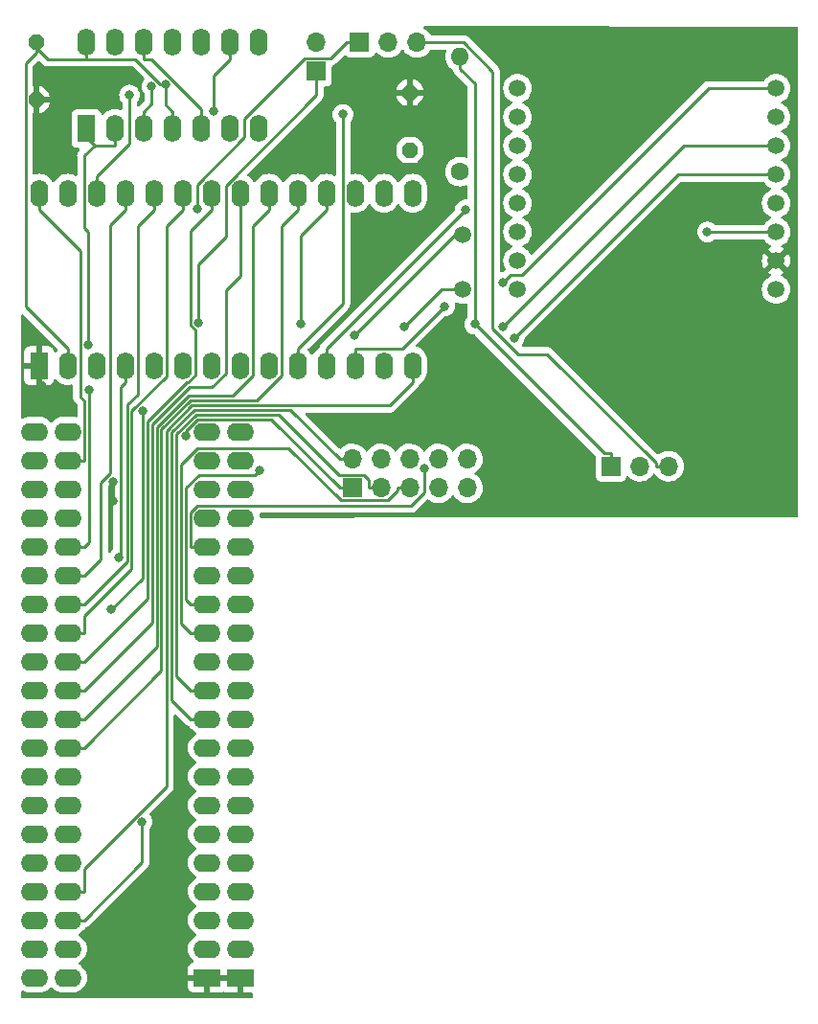
<source format=gtl>
G04 #@! TF.GenerationSoftware,KiCad,Pcbnew,(6.0.5)*
G04 #@! TF.CreationDate,2022-12-14T22:29:39+01:00*
G04 #@! TF.ProjectId,Link232-wifi,4c696e6b-3233-4322-9d77-6966692e6b69,rev?*
G04 #@! TF.SameCoordinates,Original*
G04 #@! TF.FileFunction,Copper,L1,Top*
G04 #@! TF.FilePolarity,Positive*
%FSLAX46Y46*%
G04 Gerber Fmt 4.6, Leading zero omitted, Abs format (unit mm)*
G04 Created by KiCad (PCBNEW (6.0.5)) date 2022-12-14 22:29:39*
%MOMM*%
%LPD*%
G01*
G04 APERTURE LIST*
G04 Aperture macros list*
%AMOutline5P*
0 Free polygon, 5 corners , with rotation*
0 The origin of the aperture is its center*
0 number of corners: always 5*
0 $1 to $10 corner X, Y*
0 $11 Rotation angle, in degrees counterclockwise*
0 create outline with 5 corners*
4,1,5,$1,$2,$3,$4,$5,$6,$7,$8,$9,$10,$1,$2,$11*%
%AMOutline6P*
0 Free polygon, 6 corners , with rotation*
0 The origin of the aperture is its center*
0 number of corners: always 6*
0 $1 to $12 corner X, Y*
0 $13 Rotation angle, in degrees counterclockwise*
0 create outline with 6 corners*
4,1,6,$1,$2,$3,$4,$5,$6,$7,$8,$9,$10,$11,$12,$1,$2,$13*%
%AMOutline7P*
0 Free polygon, 7 corners , with rotation*
0 The origin of the aperture is its center*
0 number of corners: always 7*
0 $1 to $14 corner X, Y*
0 $15 Rotation angle, in degrees counterclockwise*
0 create outline with 7 corners*
4,1,7,$1,$2,$3,$4,$5,$6,$7,$8,$9,$10,$11,$12,$13,$14,$1,$2,$15*%
%AMOutline8P*
0 Free polygon, 8 corners , with rotation*
0 The origin of the aperture is its center*
0 number of corners: always 8*
0 $1 to $16 corner X, Y*
0 $17 Rotation angle, in degrees counterclockwise*
0 create outline with 8 corners*
4,1,8,$1,$2,$3,$4,$5,$6,$7,$8,$9,$10,$11,$12,$13,$14,$15,$16,$1,$2,$17*%
G04 Aperture macros list end*
G04 #@! TA.AperFunction,ComponentPad*
%ADD10R,2.400000X1.600000*%
G04 #@! TD*
G04 #@! TA.AperFunction,ComponentPad*
%ADD11O,2.400000X1.600000*%
G04 #@! TD*
G04 #@! TA.AperFunction,ComponentPad*
%ADD12R,1.700000X1.700000*%
G04 #@! TD*
G04 #@! TA.AperFunction,ComponentPad*
%ADD13O,1.700000X1.700000*%
G04 #@! TD*
G04 #@! TA.AperFunction,ComponentPad*
%ADD14R,1.600000X2.400000*%
G04 #@! TD*
G04 #@! TA.AperFunction,ComponentPad*
%ADD15O,1.600000X2.400000*%
G04 #@! TD*
G04 #@! TA.AperFunction,ComponentPad*
%ADD16C,1.508000*%
G04 #@! TD*
G04 #@! TA.AperFunction,ComponentPad*
%ADD17Outline8P,-0.660400X0.330200X-0.330200X0.660400X0.330200X0.660400X0.660400X0.330200X0.660400X-0.330200X0.330200X-0.660400X-0.330200X-0.660400X-0.660400X-0.330200X90.000000*%
G04 #@! TD*
G04 #@! TA.AperFunction,ComponentPad*
%ADD18C,1.500000*%
G04 #@! TD*
G04 #@! TA.AperFunction,ComponentPad*
%ADD19C,1.600000*%
G04 #@! TD*
G04 #@! TA.AperFunction,ComponentPad*
%ADD20O,1.600000X1.600000*%
G04 #@! TD*
G04 #@! TA.AperFunction,ComponentPad*
%ADD21Outline8P,-0.660400X0.330200X-0.330200X0.660400X0.330200X0.660400X0.660400X0.330200X0.660400X-0.330200X0.330200X-0.660400X-0.330200X-0.660400X-0.660400X-0.330200X270.000000*%
G04 #@! TD*
G04 #@! TA.AperFunction,ViaPad*
%ADD22C,0.800000*%
G04 #@! TD*
G04 #@! TA.AperFunction,Conductor*
%ADD23C,0.250000*%
G04 #@! TD*
G04 APERTURE END LIST*
D10*
X133223000Y-146177000D03*
D11*
X133223000Y-143637000D03*
X133223000Y-141097000D03*
X133223000Y-138557000D03*
X133223000Y-136017000D03*
X133223000Y-133477000D03*
X133223000Y-130937000D03*
X133223000Y-128397000D03*
X133223000Y-125857000D03*
X133223000Y-123317000D03*
X133223000Y-120777000D03*
X133223000Y-118237000D03*
X133223000Y-115697000D03*
X133223000Y-113157000D03*
X133223000Y-110617000D03*
X133223000Y-108077000D03*
X133223000Y-105537000D03*
X133223000Y-102997000D03*
X133223000Y-100457000D03*
X133223000Y-97917000D03*
X117983000Y-97917000D03*
X117983000Y-100457000D03*
X117983000Y-102997000D03*
X117983000Y-105537000D03*
X117983000Y-108077000D03*
X117983000Y-110617000D03*
X117983000Y-113157000D03*
X117983000Y-115697000D03*
X117983000Y-118237000D03*
X117983000Y-120777000D03*
X117983000Y-123317000D03*
X117983000Y-125857000D03*
X117983000Y-128397000D03*
X117983000Y-130937000D03*
X117983000Y-133477000D03*
X117983000Y-136017000D03*
X117983000Y-138557000D03*
X117983000Y-141097000D03*
X117983000Y-143637000D03*
X117983000Y-146177000D03*
D12*
X146700000Y-63500000D03*
D13*
X149240000Y-63500000D03*
X151780000Y-63500000D03*
D14*
X122550000Y-71120000D03*
D15*
X125090000Y-71120000D03*
X127630000Y-71120000D03*
X130170000Y-71120000D03*
X132710000Y-71120000D03*
X135250000Y-71120000D03*
X137790000Y-71120000D03*
X137790000Y-63500000D03*
X135250000Y-63500000D03*
X132710000Y-63500000D03*
X130170000Y-63500000D03*
X127630000Y-63500000D03*
X125090000Y-63500000D03*
X122550000Y-63500000D03*
D14*
X118364000Y-92080000D03*
D15*
X120904000Y-92080000D03*
X123444000Y-92080000D03*
X125984000Y-92080000D03*
X128524000Y-92080000D03*
X131064000Y-92080000D03*
X133604000Y-92080000D03*
X136144000Y-92080000D03*
X138684000Y-92080000D03*
X141224000Y-92080000D03*
X143764000Y-92080000D03*
X146304000Y-92080000D03*
X148844000Y-92080000D03*
X151384000Y-92080000D03*
X151384000Y-76840000D03*
X148844000Y-76840000D03*
X146304000Y-76840000D03*
X143764000Y-76840000D03*
X141224000Y-76840000D03*
X138684000Y-76840000D03*
X136144000Y-76840000D03*
X133604000Y-76840000D03*
X131064000Y-76840000D03*
X128524000Y-76840000D03*
X125984000Y-76840000D03*
X123444000Y-76840000D03*
X120904000Y-76840000D03*
X118364000Y-76840000D03*
D10*
X136144000Y-146177000D03*
D11*
X136144000Y-143637000D03*
X136144000Y-141097000D03*
X136144000Y-138557000D03*
X136144000Y-136017000D03*
X136144000Y-133477000D03*
X136144000Y-130937000D03*
X136144000Y-128397000D03*
X136144000Y-125857000D03*
X136144000Y-123317000D03*
X136144000Y-120777000D03*
X136144000Y-118237000D03*
X136144000Y-115697000D03*
X136144000Y-113157000D03*
X136144000Y-110617000D03*
X136144000Y-108077000D03*
X136144000Y-105537000D03*
X136144000Y-102997000D03*
X136144000Y-100457000D03*
X136144000Y-97917000D03*
X120904000Y-97917000D03*
X120904000Y-100457000D03*
X120904000Y-102997000D03*
X120904000Y-105537000D03*
X120904000Y-108077000D03*
X120904000Y-110617000D03*
X120904000Y-113157000D03*
X120904000Y-115697000D03*
X120904000Y-118237000D03*
X120904000Y-120777000D03*
X120904000Y-123317000D03*
X120904000Y-125857000D03*
X120904000Y-128397000D03*
X120904000Y-130937000D03*
X120904000Y-133477000D03*
X120904000Y-136017000D03*
X120904000Y-138557000D03*
X120904000Y-141097000D03*
X120904000Y-143637000D03*
X120904000Y-146177000D03*
D16*
X160655000Y-67564000D03*
X160655000Y-70104000D03*
X160655000Y-72644000D03*
X160655000Y-75184000D03*
X160655000Y-77724000D03*
X160655000Y-80264000D03*
X160655000Y-82804000D03*
X160655000Y-85344000D03*
X183515000Y-67564000D03*
X183515000Y-70104000D03*
X183515000Y-72644000D03*
X183515000Y-75184000D03*
X183515000Y-77724000D03*
X183515000Y-80264000D03*
X183515000Y-82804000D03*
X183515000Y-85344000D03*
D17*
X151130000Y-73025000D03*
X151130000Y-67945000D03*
D18*
X155829000Y-80481000D03*
X155829000Y-85361000D03*
D12*
X142875000Y-66045000D03*
D13*
X142875000Y-63505000D03*
D19*
X155575000Y-74930000D03*
D20*
X155575000Y-64770000D03*
D21*
X118110000Y-63500000D03*
X118110000Y-68580000D03*
D12*
X168925000Y-100965000D03*
D13*
X171465000Y-100965000D03*
X174005000Y-100965000D03*
D12*
X146055000Y-102875000D03*
D13*
X146055000Y-100335000D03*
X148595000Y-102875000D03*
X148595000Y-100335000D03*
X151135000Y-102875000D03*
X151135000Y-100335000D03*
X153675000Y-102875000D03*
X153675000Y-100335000D03*
X156215000Y-102875000D03*
X156215000Y-100335000D03*
D22*
X156879400Y-88422200D03*
X125446400Y-109069300D03*
X132456100Y-88283500D03*
X124862200Y-102359100D03*
X124862200Y-104054400D03*
X120529600Y-95478600D03*
X129522600Y-67199500D03*
X150598600Y-88668500D03*
X146271800Y-89367500D03*
X159324900Y-88677700D03*
X160341400Y-89686600D03*
X145226200Y-69862900D03*
X156056000Y-78299000D03*
X159377600Y-84712200D03*
X154201300Y-86831700D03*
X127480200Y-132400500D03*
X177432300Y-80264000D03*
X124752000Y-113605400D03*
X141526500Y-88374300D03*
X127488000Y-96098900D03*
X126353400Y-68162700D03*
X133804300Y-69576600D03*
X122720400Y-90232600D03*
X122806200Y-94238300D03*
X128327500Y-67400700D03*
X137829400Y-101310500D03*
X152405000Y-101188600D03*
X132334000Y-78256100D03*
X131317300Y-98277100D03*
D23*
X156879400Y-88422200D02*
X168294500Y-99837300D01*
X155575000Y-64770000D02*
X155575000Y-65847700D01*
X156879400Y-67152100D02*
X155575000Y-65847700D01*
X168294500Y-99837300D02*
X168925000Y-99837300D01*
X156879400Y-88422200D02*
X156879400Y-67152100D01*
X168925000Y-100965000D02*
X168925000Y-99837300D01*
X125564100Y-108951600D02*
X125446400Y-109069300D01*
X134874000Y-76154800D02*
X142875000Y-68153800D01*
X125984000Y-92080000D02*
X125984000Y-93557700D01*
X125564100Y-93977600D02*
X125564100Y-108951600D01*
X134874000Y-80674800D02*
X134874000Y-76154800D01*
X125984000Y-93557700D02*
X125564100Y-93977600D01*
X142875000Y-68153800D02*
X142875000Y-66045000D01*
X132456100Y-83092700D02*
X134874000Y-80674800D01*
X132456100Y-88283500D02*
X132456100Y-83092700D01*
X118608700Y-93557700D02*
X120529600Y-95478600D01*
X118364000Y-92080000D02*
X118364000Y-93557700D01*
X124862200Y-102359100D02*
X124862200Y-104054400D01*
X118364000Y-93557700D02*
X118608700Y-93557700D01*
X129522600Y-67199500D02*
X129522600Y-68994900D01*
X118110000Y-63969700D02*
X118110000Y-64439400D01*
X120904000Y-92080000D02*
X120904000Y-90602300D01*
X118110000Y-63500000D02*
X118110000Y-63969700D01*
X118110000Y-64439400D02*
X117159900Y-65389500D01*
X129522600Y-68994900D02*
X130170000Y-69642300D01*
X117159900Y-86858200D02*
X120904000Y-90602300D01*
X129522600Y-67199500D02*
X129086200Y-67199500D01*
X126864400Y-64977700D02*
X122550000Y-64977700D01*
X118110000Y-63969700D02*
X119118000Y-64977700D01*
X129086200Y-67199500D02*
X126864400Y-64977700D01*
X122550000Y-63500000D02*
X122550000Y-64977700D01*
X130170000Y-71120000D02*
X130170000Y-69642300D01*
X117159900Y-65389500D02*
X117159900Y-86858200D01*
X119118000Y-64977700D02*
X122550000Y-64977700D01*
X155829000Y-85361000D02*
X153906100Y-85361000D01*
X153906100Y-85361000D02*
X150598600Y-88668500D01*
X155158300Y-80481000D02*
X146271800Y-89367500D01*
X155829000Y-80481000D02*
X155158300Y-80481000D01*
X175358600Y-72644000D02*
X159324900Y-88677700D01*
X183515000Y-72644000D02*
X175358600Y-72644000D01*
X183515000Y-75184000D02*
X174844000Y-75184000D01*
X174844000Y-75184000D02*
X160341400Y-89686600D01*
X145226200Y-86600100D02*
X145226200Y-69862900D01*
X141224000Y-92080000D02*
X141224000Y-90602300D01*
X141224000Y-90602300D02*
X145226200Y-86600100D01*
X156056000Y-78310300D02*
X156056000Y-78299000D01*
X143764000Y-90602300D02*
X156056000Y-78310300D01*
X143764000Y-92080000D02*
X143764000Y-90602300D01*
X146304000Y-92080000D02*
X146304000Y-90602300D01*
X154201300Y-86831700D02*
X150430700Y-90602300D01*
X160008400Y-84081400D02*
X159377600Y-84712200D01*
X161038200Y-84081400D02*
X160008400Y-84081400D01*
X177555600Y-67564000D02*
X161038200Y-84081400D01*
X183515000Y-67564000D02*
X177555600Y-67564000D01*
X150430700Y-90602300D02*
X146304000Y-90602300D01*
X122381700Y-141097000D02*
X127480200Y-135998500D01*
X127480200Y-135998500D02*
X127480200Y-132400500D01*
X120904000Y-141097000D02*
X122381700Y-141097000D01*
X131884700Y-95599400D02*
X129629400Y-97854700D01*
X129629400Y-129292900D02*
X122381700Y-136540600D01*
X149342300Y-95599400D02*
X131884700Y-95599400D01*
X151384000Y-93557700D02*
X149342300Y-95599400D01*
X129629400Y-97854700D02*
X129629400Y-129292900D01*
X122381700Y-136540600D02*
X122381700Y-138557000D01*
X120904000Y-138557000D02*
X122381700Y-138557000D01*
X151384000Y-92080000D02*
X151384000Y-93557700D01*
X183515000Y-80264000D02*
X177432300Y-80264000D01*
X143764000Y-76840000D02*
X143764000Y-78317700D01*
X124752000Y-113605400D02*
X127488000Y-110869400D01*
X127488000Y-110869400D02*
X127488000Y-96098900D01*
X143764000Y-78317700D02*
X141526500Y-80555200D01*
X141526500Y-80555200D02*
X141526500Y-88374300D01*
X139761800Y-79779900D02*
X141224000Y-78317700D01*
X129164300Y-119074400D02*
X129164300Y-97719700D01*
X131746200Y-95137800D02*
X137566600Y-95137800D01*
X122381700Y-125857000D02*
X129164300Y-119074400D01*
X137566600Y-95137800D02*
X139761800Y-92942600D01*
X129164300Y-97719700D02*
X131746200Y-95137800D01*
X120904000Y-125857000D02*
X122381700Y-125857000D01*
X139761800Y-92942600D02*
X139761800Y-79779900D01*
X141224000Y-76840000D02*
X141224000Y-78317700D01*
X120904000Y-123317000D02*
X122381700Y-123317000D01*
X128761600Y-97551500D02*
X131607400Y-94705700D01*
X131607400Y-94705700D02*
X135478700Y-94705700D01*
X128761600Y-116937100D02*
X128761600Y-97551500D01*
X138684000Y-76840000D02*
X138684000Y-78317700D01*
X137221800Y-92962600D02*
X137221800Y-79779900D01*
X137221800Y-79779900D02*
X138684000Y-78317700D01*
X135478700Y-94705700D02*
X137221800Y-92962600D01*
X122381700Y-123317000D02*
X128761600Y-116937100D01*
X131647600Y-93988600D02*
X128358800Y-97277400D01*
X134874000Y-85379100D02*
X134874000Y-92762600D01*
X134874000Y-92762600D02*
X133648000Y-93988600D01*
X136144000Y-84109100D02*
X134874000Y-85379100D01*
X128358800Y-97277400D02*
X128358800Y-114799900D01*
X136144000Y-76840000D02*
X136144000Y-78317700D01*
X128358800Y-114799900D02*
X122381700Y-120777000D01*
X136144000Y-78317700D02*
X136144000Y-84109100D01*
X120904000Y-120777000D02*
X122381700Y-120777000D01*
X133648000Y-93988600D02*
X131647600Y-93988600D01*
X131778400Y-80143300D02*
X131778400Y-88564200D01*
X131778400Y-88564200D02*
X132143700Y-88929500D01*
X132143700Y-92942400D02*
X131500200Y-93585900D01*
X132143700Y-88929500D02*
X132143700Y-92942400D01*
X131423700Y-93585900D02*
X127956100Y-97053500D01*
X127956100Y-97053500D02*
X127956100Y-112662600D01*
X127956100Y-112662600D02*
X122381700Y-118237000D01*
X133604000Y-78317700D02*
X131778400Y-80143300D01*
X120904000Y-118237000D02*
X122381700Y-118237000D01*
X131500200Y-93585900D02*
X131423700Y-93585900D01*
X133604000Y-76840000D02*
X133604000Y-78317700D01*
X122381700Y-114219300D02*
X126546900Y-110054100D01*
X129601800Y-79779900D02*
X131064000Y-78317700D01*
X122381700Y-115697000D02*
X122381700Y-114219300D01*
X126546900Y-96081600D02*
X129601800Y-93026700D01*
X129601800Y-93026700D02*
X129601800Y-79779900D01*
X131064000Y-76840000D02*
X131064000Y-78317700D01*
X120904000Y-115697000D02*
X122381700Y-115697000D01*
X126546900Y-110054100D02*
X126546900Y-96081600D01*
X128524000Y-78317700D02*
X127061800Y-79779900D01*
X126144100Y-109394600D02*
X122381700Y-113157000D01*
X127061800Y-79779900D02*
X127061800Y-94615300D01*
X120904000Y-113157000D02*
X122381700Y-113157000D01*
X126144100Y-95533000D02*
X126144100Y-109394600D01*
X127061800Y-94615300D02*
X126144100Y-95533000D01*
X128524000Y-76840000D02*
X128524000Y-78317700D01*
X120904000Y-110617000D02*
X122381700Y-110617000D01*
X124630100Y-101606700D02*
X123811800Y-102425000D01*
X125984000Y-78317700D02*
X124630100Y-79671600D01*
X123811800Y-109186900D02*
X122381700Y-110617000D01*
X123811800Y-102425000D02*
X123811800Y-109186900D01*
X124630100Y-79671600D02*
X124630100Y-101606700D01*
X125984000Y-76840000D02*
X125984000Y-78317700D01*
X123444000Y-76840000D02*
X123444000Y-75362300D01*
X123444000Y-75362300D02*
X126353400Y-72452900D01*
X126353400Y-72452900D02*
X126353400Y-68162700D01*
X135250000Y-63500000D02*
X135250000Y-64977700D01*
X135250000Y-64977700D02*
X133804300Y-66423400D01*
X133804300Y-66423400D02*
X133804300Y-69576600D01*
X118364000Y-78317700D02*
X121996600Y-81950300D01*
X122381700Y-95216000D02*
X122381700Y-100457000D01*
X121996600Y-81950300D02*
X121996600Y-94830900D01*
X120904000Y-100457000D02*
X122381700Y-100457000D01*
X121996600Y-94830900D02*
X122381700Y-95216000D01*
X118364000Y-76840000D02*
X118364000Y-78317700D01*
X122720400Y-90232600D02*
X122720400Y-80274100D01*
X122550000Y-71120000D02*
X122550000Y-71858800D01*
X122720400Y-80274100D02*
X122363900Y-79917600D01*
X122363900Y-73522700D02*
X123288900Y-72597700D01*
X120904000Y-108077000D02*
X122381700Y-108077000D01*
X122363900Y-79917600D02*
X122363900Y-73522700D01*
X122381700Y-108077000D02*
X122806200Y-107652500D01*
X125090000Y-71120000D02*
X125090000Y-72597700D01*
X123288900Y-72597700D02*
X125090000Y-72597700D01*
X122806200Y-107652500D02*
X122806200Y-94238300D01*
X122550000Y-71858800D02*
X123288900Y-72597700D01*
X127630000Y-71120000D02*
X127630000Y-69642300D01*
X128327500Y-68944800D02*
X128327500Y-67400700D01*
X127630000Y-69642300D02*
X128327500Y-68944800D01*
X127630000Y-63500000D02*
X127630000Y-64977700D01*
X132710000Y-71120000D02*
X132710000Y-69642300D01*
X128259300Y-64977700D02*
X127630000Y-64977700D01*
X132710000Y-69428400D02*
X128259300Y-64977700D01*
X132710000Y-69642300D02*
X132710000Y-69428400D01*
X130094300Y-97971800D02*
X132064000Y-96002100D01*
X133223000Y-123317000D02*
X131745300Y-123317000D01*
X131745300Y-123317000D02*
X130094300Y-121666000D01*
X140594400Y-96002100D02*
X144927300Y-100335000D01*
X130094300Y-121666000D02*
X130094300Y-97971800D01*
X132064000Y-96002100D02*
X140594400Y-96002100D01*
X146055000Y-100335000D02*
X144927300Y-100335000D01*
X147467300Y-102170100D02*
X147467300Y-102875000D01*
X144851300Y-101747300D02*
X147044500Y-101747300D01*
X133223000Y-120777000D02*
X131745300Y-120777000D01*
X130497000Y-119528700D02*
X130497000Y-98138700D01*
X148595000Y-102875000D02*
X147467300Y-102875000D01*
X147044500Y-101747300D02*
X147467300Y-102170100D01*
X130497000Y-98138700D02*
X132230900Y-96404800D01*
X131745300Y-120777000D02*
X130497000Y-119528700D01*
X139508800Y-96404800D02*
X144851300Y-101747300D01*
X132230900Y-96404800D02*
X139508800Y-96404800D01*
X140381400Y-99360100D02*
X145024100Y-104002800D01*
X133223000Y-115697000D02*
X131745300Y-115697000D01*
X132365100Y-99360100D02*
X140381400Y-99360100D01*
X131745300Y-115697000D02*
X130929700Y-114881400D01*
X130929700Y-114881400D02*
X130929700Y-100795500D01*
X130929700Y-100795500D02*
X132365100Y-99360100D01*
X151135000Y-102875000D02*
X150007300Y-102875000D01*
X145024100Y-104002800D02*
X149161400Y-104002800D01*
X150007300Y-103156900D02*
X150007300Y-102875000D01*
X149161400Y-104002800D02*
X150007300Y-103156900D01*
X133223000Y-113157000D02*
X131745300Y-113157000D01*
X137412900Y-101727000D02*
X132513100Y-101727000D01*
X137829400Y-101310500D02*
X137412900Y-101727000D01*
X131338200Y-112749900D02*
X131745300Y-113157000D01*
X131338200Y-102901900D02*
X131338200Y-112749900D01*
X132513100Y-101727000D02*
X131338200Y-102901900D01*
X151225000Y-104455100D02*
X132377800Y-104455100D01*
X152405000Y-103275100D02*
X151225000Y-104455100D01*
X133223000Y-108077000D02*
X131745300Y-108077000D01*
X132377800Y-104455100D02*
X131745300Y-105087600D01*
X131745300Y-105087600D02*
X131745300Y-108077000D01*
X152405000Y-101188600D02*
X152405000Y-103275100D01*
X132334000Y-76083500D02*
X136520000Y-71897500D01*
X136520000Y-70265900D02*
X141868700Y-64917200D01*
X132334000Y-78256100D02*
X132334000Y-76083500D01*
X141868700Y-64917200D02*
X144155100Y-64917200D01*
X146700000Y-63500000D02*
X145572300Y-63500000D01*
X144155100Y-64917200D02*
X145572300Y-63500000D01*
X136520000Y-71897500D02*
X136520000Y-70265900D01*
X144927300Y-102875000D02*
X138875700Y-96823400D01*
X131317300Y-97898600D02*
X131317300Y-98277100D01*
X146055000Y-102875000D02*
X144927300Y-102875000D01*
X138875700Y-96823400D02*
X132392500Y-96823400D01*
X132392500Y-96823400D02*
X131317300Y-97898600D01*
X158441600Y-88823000D02*
X160684600Y-91066000D01*
X155861900Y-63500000D02*
X158441600Y-66079700D01*
X151780000Y-63500000D02*
X155861900Y-63500000D01*
X160684600Y-91066000D02*
X163260200Y-91066000D01*
X172877300Y-100683100D02*
X172877300Y-100965000D01*
X158441600Y-66079700D02*
X158441600Y-88823000D01*
X174005000Y-100965000D02*
X172877300Y-100965000D01*
X163260200Y-91066000D02*
X172877300Y-100683100D01*
G04 #@! TA.AperFunction,Conductor*
G36*
X130471412Y-122939470D02*
G01*
X130477995Y-122945599D01*
X131241643Y-123709247D01*
X131249187Y-123717537D01*
X131253300Y-123724018D01*
X131259077Y-123729443D01*
X131302967Y-123770658D01*
X131305809Y-123773413D01*
X131325531Y-123793135D01*
X131328655Y-123795558D01*
X131328659Y-123795562D01*
X131328724Y-123795612D01*
X131337745Y-123803317D01*
X131369979Y-123833586D01*
X131376927Y-123837405D01*
X131376929Y-123837407D01*
X131387732Y-123843346D01*
X131404259Y-123854202D01*
X131413998Y-123861757D01*
X131414000Y-123861758D01*
X131420260Y-123866614D01*
X131460840Y-123884174D01*
X131471488Y-123889391D01*
X131496276Y-123903018D01*
X131510240Y-123910695D01*
X131517916Y-123912666D01*
X131517919Y-123912667D01*
X131529862Y-123915733D01*
X131548567Y-123922137D01*
X131567155Y-123930181D01*
X131574978Y-123931420D01*
X131574988Y-123931423D01*
X131610824Y-123937099D01*
X131622449Y-123939506D01*
X131624918Y-123940140D01*
X131685923Y-123976457D01*
X131696793Y-123989910D01*
X131816802Y-124161300D01*
X131978700Y-124323198D01*
X131983208Y-124326355D01*
X131983211Y-124326357D01*
X131999599Y-124337832D01*
X132166251Y-124454523D01*
X132171233Y-124456846D01*
X132171238Y-124456849D01*
X132205457Y-124472805D01*
X132258742Y-124519722D01*
X132278203Y-124587999D01*
X132257661Y-124655959D01*
X132205457Y-124701195D01*
X132171238Y-124717151D01*
X132171233Y-124717154D01*
X132166251Y-124719477D01*
X132124401Y-124748781D01*
X131983211Y-124847643D01*
X131983208Y-124847645D01*
X131978700Y-124850802D01*
X131816802Y-125012700D01*
X131685477Y-125200251D01*
X131683154Y-125205233D01*
X131683151Y-125205238D01*
X131591039Y-125402775D01*
X131588716Y-125407757D01*
X131529457Y-125628913D01*
X131509502Y-125857000D01*
X131529457Y-126085087D01*
X131530881Y-126090400D01*
X131530881Y-126090402D01*
X131583934Y-126288395D01*
X131588716Y-126306243D01*
X131591039Y-126311224D01*
X131591039Y-126311225D01*
X131683151Y-126508762D01*
X131683154Y-126508767D01*
X131685477Y-126513749D01*
X131816802Y-126701300D01*
X131978700Y-126863198D01*
X131983208Y-126866355D01*
X131983211Y-126866357D01*
X131999599Y-126877832D01*
X132166251Y-126994523D01*
X132171233Y-126996846D01*
X132171238Y-126996849D01*
X132205457Y-127012805D01*
X132258742Y-127059722D01*
X132278203Y-127127999D01*
X132257661Y-127195959D01*
X132205457Y-127241195D01*
X132171238Y-127257151D01*
X132171233Y-127257154D01*
X132166251Y-127259477D01*
X132124401Y-127288781D01*
X131983211Y-127387643D01*
X131983208Y-127387645D01*
X131978700Y-127390802D01*
X131816802Y-127552700D01*
X131685477Y-127740251D01*
X131683154Y-127745233D01*
X131683151Y-127745238D01*
X131591039Y-127942775D01*
X131588716Y-127947757D01*
X131529457Y-128168913D01*
X131509502Y-128397000D01*
X131529457Y-128625087D01*
X131588716Y-128846243D01*
X131591039Y-128851224D01*
X131591039Y-128851225D01*
X131683151Y-129048762D01*
X131683154Y-129048767D01*
X131685477Y-129053749D01*
X131816802Y-129241300D01*
X131978700Y-129403198D01*
X131983208Y-129406355D01*
X131983211Y-129406357D01*
X132061389Y-129461098D01*
X132166251Y-129534523D01*
X132171233Y-129536846D01*
X132171238Y-129536849D01*
X132205457Y-129552805D01*
X132258742Y-129599722D01*
X132278203Y-129667999D01*
X132257661Y-129735959D01*
X132205457Y-129781195D01*
X132171238Y-129797151D01*
X132171233Y-129797154D01*
X132166251Y-129799477D01*
X132124401Y-129828781D01*
X131983211Y-129927643D01*
X131983208Y-129927645D01*
X131978700Y-129930802D01*
X131816802Y-130092700D01*
X131685477Y-130280251D01*
X131683154Y-130285233D01*
X131683151Y-130285238D01*
X131591039Y-130482775D01*
X131588716Y-130487757D01*
X131529457Y-130708913D01*
X131509502Y-130937000D01*
X131529457Y-131165087D01*
X131588716Y-131386243D01*
X131591039Y-131391224D01*
X131591039Y-131391225D01*
X131683151Y-131588762D01*
X131683154Y-131588767D01*
X131685477Y-131593749D01*
X131816802Y-131781300D01*
X131978700Y-131943198D01*
X131983208Y-131946355D01*
X131983211Y-131946357D01*
X131999599Y-131957832D01*
X132166251Y-132074523D01*
X132171233Y-132076846D01*
X132171238Y-132076849D01*
X132205457Y-132092805D01*
X132258742Y-132139722D01*
X132278203Y-132207999D01*
X132257661Y-132275959D01*
X132205457Y-132321195D01*
X132171238Y-132337151D01*
X132171233Y-132337154D01*
X132166251Y-132339477D01*
X132124401Y-132368781D01*
X131983211Y-132467643D01*
X131983208Y-132467645D01*
X131978700Y-132470802D01*
X131816802Y-132632700D01*
X131685477Y-132820251D01*
X131683154Y-132825233D01*
X131683151Y-132825238D01*
X131592933Y-133018713D01*
X131588716Y-133027757D01*
X131529457Y-133248913D01*
X131509502Y-133477000D01*
X131529457Y-133705087D01*
X131588716Y-133926243D01*
X131591039Y-133931224D01*
X131591039Y-133931225D01*
X131683151Y-134128762D01*
X131683154Y-134128767D01*
X131685477Y-134133749D01*
X131816802Y-134321300D01*
X131978700Y-134483198D01*
X131983208Y-134486355D01*
X131983211Y-134486357D01*
X131999599Y-134497832D01*
X132166251Y-134614523D01*
X132171233Y-134616846D01*
X132171238Y-134616849D01*
X132205457Y-134632805D01*
X132258742Y-134679722D01*
X132278203Y-134747999D01*
X132257661Y-134815959D01*
X132205457Y-134861195D01*
X132171238Y-134877151D01*
X132171233Y-134877154D01*
X132166251Y-134879477D01*
X132124401Y-134908781D01*
X131983211Y-135007643D01*
X131983208Y-135007645D01*
X131978700Y-135010802D01*
X131816802Y-135172700D01*
X131685477Y-135360251D01*
X131683154Y-135365233D01*
X131683151Y-135365238D01*
X131659548Y-135415856D01*
X131588716Y-135567757D01*
X131587294Y-135573065D01*
X131587293Y-135573067D01*
X131530881Y-135783598D01*
X131529457Y-135788913D01*
X131509502Y-136017000D01*
X131529457Y-136245087D01*
X131530881Y-136250400D01*
X131530881Y-136250402D01*
X131581912Y-136440849D01*
X131588716Y-136466243D01*
X131591039Y-136471224D01*
X131591039Y-136471225D01*
X131683151Y-136668762D01*
X131683154Y-136668767D01*
X131685477Y-136673749D01*
X131688634Y-136678257D01*
X131812527Y-136855194D01*
X131816802Y-136861300D01*
X131978700Y-137023198D01*
X131983208Y-137026355D01*
X131983211Y-137026357D01*
X131999599Y-137037832D01*
X132166251Y-137154523D01*
X132171233Y-137156846D01*
X132171238Y-137156849D01*
X132205457Y-137172805D01*
X132258742Y-137219722D01*
X132278203Y-137287999D01*
X132257661Y-137355959D01*
X132205457Y-137401195D01*
X132171238Y-137417151D01*
X132171233Y-137417154D01*
X132166251Y-137419477D01*
X132124401Y-137448781D01*
X131983211Y-137547643D01*
X131983208Y-137547645D01*
X131978700Y-137550802D01*
X131816802Y-137712700D01*
X131685477Y-137900251D01*
X131683154Y-137905233D01*
X131683151Y-137905238D01*
X131591039Y-138102775D01*
X131588716Y-138107757D01*
X131529457Y-138328913D01*
X131509502Y-138557000D01*
X131529457Y-138785087D01*
X131530881Y-138790400D01*
X131530881Y-138790402D01*
X131570458Y-138938102D01*
X131588716Y-139006243D01*
X131591039Y-139011224D01*
X131591039Y-139011225D01*
X131683151Y-139208762D01*
X131683154Y-139208767D01*
X131685477Y-139213749D01*
X131816802Y-139401300D01*
X131978700Y-139563198D01*
X131983208Y-139566355D01*
X131983211Y-139566357D01*
X131999599Y-139577832D01*
X132166251Y-139694523D01*
X132171233Y-139696846D01*
X132171238Y-139696849D01*
X132205457Y-139712805D01*
X132258742Y-139759722D01*
X132278203Y-139827999D01*
X132257661Y-139895959D01*
X132205457Y-139941195D01*
X132171238Y-139957151D01*
X132171233Y-139957154D01*
X132166251Y-139959477D01*
X132124401Y-139988781D01*
X131983211Y-140087643D01*
X131983208Y-140087645D01*
X131978700Y-140090802D01*
X131816802Y-140252700D01*
X131685477Y-140440251D01*
X131683154Y-140445233D01*
X131683151Y-140445238D01*
X131591039Y-140642775D01*
X131588716Y-140647757D01*
X131529457Y-140868913D01*
X131509502Y-141097000D01*
X131529457Y-141325087D01*
X131530881Y-141330400D01*
X131530881Y-141330402D01*
X131583934Y-141528395D01*
X131588716Y-141546243D01*
X131591039Y-141551224D01*
X131591039Y-141551225D01*
X131683151Y-141748762D01*
X131683154Y-141748767D01*
X131685477Y-141753749D01*
X131816802Y-141941300D01*
X131978700Y-142103198D01*
X131983208Y-142106355D01*
X131983211Y-142106357D01*
X131999599Y-142117832D01*
X132166251Y-142234523D01*
X132171233Y-142236846D01*
X132171238Y-142236849D01*
X132205457Y-142252805D01*
X132258742Y-142299722D01*
X132278203Y-142367999D01*
X132257661Y-142435959D01*
X132205457Y-142481195D01*
X132171238Y-142497151D01*
X132171233Y-142497154D01*
X132166251Y-142499477D01*
X132124401Y-142528781D01*
X131983211Y-142627643D01*
X131983208Y-142627645D01*
X131978700Y-142630802D01*
X131816802Y-142792700D01*
X131685477Y-142980251D01*
X131683154Y-142985233D01*
X131683151Y-142985238D01*
X131591039Y-143182775D01*
X131588716Y-143187757D01*
X131529457Y-143408913D01*
X131509502Y-143637000D01*
X131529457Y-143865087D01*
X131588716Y-144086243D01*
X131591039Y-144091224D01*
X131591039Y-144091225D01*
X131683151Y-144288762D01*
X131683154Y-144288767D01*
X131685477Y-144293749D01*
X131816802Y-144481300D01*
X131978700Y-144643198D01*
X131983211Y-144646357D01*
X131987424Y-144649892D01*
X131986612Y-144650860D01*
X132027090Y-144701494D01*
X132034404Y-144772113D01*
X132002376Y-144835476D01*
X131941177Y-144871464D01*
X131924099Y-144874520D01*
X131920648Y-144874895D01*
X131905396Y-144878521D01*
X131784946Y-144923676D01*
X131769351Y-144932214D01*
X131667276Y-145008715D01*
X131654715Y-145021276D01*
X131578214Y-145123351D01*
X131569676Y-145138946D01*
X131524522Y-145259394D01*
X131520895Y-145274649D01*
X131515369Y-145325514D01*
X131515000Y-145332328D01*
X131515000Y-145904885D01*
X131519475Y-145920124D01*
X131520865Y-145921329D01*
X131528548Y-145923000D01*
X136272000Y-145923000D01*
X136340121Y-145943002D01*
X136386614Y-145996658D01*
X136398000Y-146049000D01*
X136398000Y-147466884D01*
X136402475Y-147482123D01*
X136403865Y-147483328D01*
X136411548Y-147484999D01*
X137116600Y-147484999D01*
X137184721Y-147505001D01*
X137231214Y-147558657D01*
X137242600Y-147610999D01*
X137242600Y-147869100D01*
X137222598Y-147937221D01*
X137168942Y-147983714D01*
X137116600Y-147995100D01*
X116885600Y-147995100D01*
X116817479Y-147975098D01*
X116770986Y-147921442D01*
X116759600Y-147869100D01*
X116759600Y-147434593D01*
X116779602Y-147366472D01*
X116833258Y-147319979D01*
X116903532Y-147309875D01*
X116938850Y-147320398D01*
X117133757Y-147411284D01*
X117139065Y-147412706D01*
X117139067Y-147412707D01*
X117349598Y-147469119D01*
X117349600Y-147469119D01*
X117354913Y-147470543D01*
X117452778Y-147479105D01*
X117523149Y-147485262D01*
X117523156Y-147485262D01*
X117525873Y-147485500D01*
X118440127Y-147485500D01*
X118442844Y-147485262D01*
X118442851Y-147485262D01*
X118513222Y-147479105D01*
X118611087Y-147470543D01*
X118616400Y-147469119D01*
X118616402Y-147469119D01*
X118826933Y-147412707D01*
X118826935Y-147412706D01*
X118832243Y-147411284D01*
X118837225Y-147408961D01*
X119034762Y-147316849D01*
X119034767Y-147316846D01*
X119039749Y-147314523D01*
X119206401Y-147197832D01*
X119222789Y-147186357D01*
X119222792Y-147186355D01*
X119227300Y-147183198D01*
X119354405Y-147056093D01*
X119416717Y-147022067D01*
X119487532Y-147027132D01*
X119532595Y-147056093D01*
X119659700Y-147183198D01*
X119664208Y-147186355D01*
X119664211Y-147186357D01*
X119680599Y-147197832D01*
X119847251Y-147314523D01*
X119852233Y-147316846D01*
X119852238Y-147316849D01*
X120049775Y-147408961D01*
X120054757Y-147411284D01*
X120060065Y-147412706D01*
X120060067Y-147412707D01*
X120270598Y-147469119D01*
X120270600Y-147469119D01*
X120275913Y-147470543D01*
X120373778Y-147479105D01*
X120444149Y-147485262D01*
X120444156Y-147485262D01*
X120446873Y-147485500D01*
X121361127Y-147485500D01*
X121363844Y-147485262D01*
X121363851Y-147485262D01*
X121434222Y-147479105D01*
X121532087Y-147470543D01*
X121537400Y-147469119D01*
X121537402Y-147469119D01*
X121747933Y-147412707D01*
X121747935Y-147412706D01*
X121753243Y-147411284D01*
X121758225Y-147408961D01*
X121955762Y-147316849D01*
X121955767Y-147316846D01*
X121960749Y-147314523D01*
X122127401Y-147197832D01*
X122143789Y-147186357D01*
X122143792Y-147186355D01*
X122148300Y-147183198D01*
X122309829Y-147021669D01*
X131515001Y-147021669D01*
X131515371Y-147028490D01*
X131520895Y-147079352D01*
X131524521Y-147094604D01*
X131569676Y-147215054D01*
X131578214Y-147230649D01*
X131654715Y-147332724D01*
X131667276Y-147345285D01*
X131769351Y-147421786D01*
X131784946Y-147430324D01*
X131905394Y-147475478D01*
X131920649Y-147479105D01*
X131971514Y-147484631D01*
X131978328Y-147485000D01*
X132950885Y-147485000D01*
X132966124Y-147480525D01*
X132967329Y-147479135D01*
X132969000Y-147471452D01*
X132969000Y-147466884D01*
X133477000Y-147466884D01*
X133481475Y-147482123D01*
X133482865Y-147483328D01*
X133490548Y-147484999D01*
X134467669Y-147484999D01*
X134474490Y-147484629D01*
X134525352Y-147479105D01*
X134540607Y-147475478D01*
X134639271Y-147438491D01*
X134710078Y-147433308D01*
X134727729Y-147438491D01*
X134826391Y-147475478D01*
X134841649Y-147479105D01*
X134892514Y-147484631D01*
X134899328Y-147485000D01*
X135871885Y-147485000D01*
X135887124Y-147480525D01*
X135888329Y-147479135D01*
X135890000Y-147471452D01*
X135890000Y-146449115D01*
X135885525Y-146433876D01*
X135884135Y-146432671D01*
X135876452Y-146431000D01*
X133495115Y-146431000D01*
X133479876Y-146435475D01*
X133478671Y-146436865D01*
X133477000Y-146444548D01*
X133477000Y-147466884D01*
X132969000Y-147466884D01*
X132969000Y-146449115D01*
X132964525Y-146433876D01*
X132963135Y-146432671D01*
X132955452Y-146431000D01*
X131533116Y-146431000D01*
X131517877Y-146435475D01*
X131516672Y-146436865D01*
X131515001Y-146444548D01*
X131515001Y-147021669D01*
X122309829Y-147021669D01*
X122310198Y-147021300D01*
X122441523Y-146833749D01*
X122443846Y-146828767D01*
X122443849Y-146828762D01*
X122535961Y-146631225D01*
X122535961Y-146631224D01*
X122538284Y-146626243D01*
X122586970Y-146444548D01*
X122596119Y-146410402D01*
X122596119Y-146410400D01*
X122597543Y-146405087D01*
X122617498Y-146177000D01*
X122597543Y-145948913D01*
X122538284Y-145727757D01*
X122535961Y-145722775D01*
X122443849Y-145525238D01*
X122443846Y-145525233D01*
X122441523Y-145520251D01*
X122310198Y-145332700D01*
X122148300Y-145170802D01*
X122143792Y-145167645D01*
X122143789Y-145167643D01*
X122065611Y-145112902D01*
X121960749Y-145039477D01*
X121955767Y-145037154D01*
X121955762Y-145037151D01*
X121921543Y-145021195D01*
X121868258Y-144974278D01*
X121848797Y-144906001D01*
X121869339Y-144838041D01*
X121921543Y-144792805D01*
X121955762Y-144776849D01*
X121955767Y-144776846D01*
X121960749Y-144774523D01*
X122138740Y-144649892D01*
X122143789Y-144646357D01*
X122143792Y-144646355D01*
X122148300Y-144643198D01*
X122310198Y-144481300D01*
X122441523Y-144293749D01*
X122443846Y-144288767D01*
X122443849Y-144288762D01*
X122535961Y-144091225D01*
X122535961Y-144091224D01*
X122538284Y-144086243D01*
X122597543Y-143865087D01*
X122617498Y-143637000D01*
X122597543Y-143408913D01*
X122538284Y-143187757D01*
X122535961Y-143182775D01*
X122443849Y-142985238D01*
X122443846Y-142985233D01*
X122441523Y-142980251D01*
X122310198Y-142792700D01*
X122148300Y-142630802D01*
X122143792Y-142627645D01*
X122143789Y-142627643D01*
X122002599Y-142528781D01*
X121960749Y-142499477D01*
X121955767Y-142497154D01*
X121955762Y-142497151D01*
X121921543Y-142481195D01*
X121868258Y-142434278D01*
X121848797Y-142366001D01*
X121869339Y-142298041D01*
X121921543Y-142252805D01*
X121955762Y-142236849D01*
X121955767Y-142236846D01*
X121960749Y-142234523D01*
X122127401Y-142117832D01*
X122143789Y-142106357D01*
X122143792Y-142106355D01*
X122148300Y-142103198D01*
X122310198Y-141941300D01*
X122428763Y-141771972D01*
X122484219Y-141727645D01*
X122496821Y-141723248D01*
X122501045Y-141722021D01*
X122520400Y-141718013D01*
X122532630Y-141716468D01*
X122532631Y-141716468D01*
X122540497Y-141715474D01*
X122547868Y-141712555D01*
X122547870Y-141712555D01*
X122581612Y-141699196D01*
X122592842Y-141695351D01*
X122627683Y-141685229D01*
X122627684Y-141685229D01*
X122635293Y-141683018D01*
X122642112Y-141678985D01*
X122642117Y-141678983D01*
X122652728Y-141672707D01*
X122670476Y-141664012D01*
X122689317Y-141656552D01*
X122725087Y-141630564D01*
X122735007Y-141624048D01*
X122766235Y-141605580D01*
X122766238Y-141605578D01*
X122773062Y-141601542D01*
X122787383Y-141587221D01*
X122802417Y-141574380D01*
X122812394Y-141567131D01*
X122818807Y-141562472D01*
X122846998Y-141528395D01*
X122854988Y-141519616D01*
X127872453Y-136502152D01*
X127880739Y-136494612D01*
X127887218Y-136490500D01*
X127933844Y-136440848D01*
X127936598Y-136438007D01*
X127956335Y-136418270D01*
X127958815Y-136415073D01*
X127966520Y-136406051D01*
X127991359Y-136379600D01*
X127996786Y-136373821D01*
X128000605Y-136366875D01*
X128000607Y-136366872D01*
X128006548Y-136356066D01*
X128017399Y-136339547D01*
X128024958Y-136329801D01*
X128029814Y-136323541D01*
X128032959Y-136316272D01*
X128032962Y-136316268D01*
X128047374Y-136282963D01*
X128052591Y-136272313D01*
X128073895Y-136233560D01*
X128078933Y-136213937D01*
X128085337Y-136195234D01*
X128090233Y-136183920D01*
X128090233Y-136183919D01*
X128093381Y-136176645D01*
X128094620Y-136168822D01*
X128094623Y-136168812D01*
X128100299Y-136132976D01*
X128102705Y-136121356D01*
X128111728Y-136086211D01*
X128111728Y-136086210D01*
X128113700Y-136078530D01*
X128113700Y-136058276D01*
X128115251Y-136038565D01*
X128117180Y-136026386D01*
X128118420Y-136018557D01*
X128114259Y-135974538D01*
X128113700Y-135962681D01*
X128113700Y-133103024D01*
X128133702Y-133034903D01*
X128146058Y-133018721D01*
X128219240Y-132937444D01*
X128314727Y-132772056D01*
X128373742Y-132590428D01*
X128385906Y-132474699D01*
X128393014Y-132407065D01*
X128393704Y-132400500D01*
X128385369Y-132321195D01*
X128374432Y-132217135D01*
X128374432Y-132217133D01*
X128373742Y-132210572D01*
X128314727Y-132028944D01*
X128262972Y-131939301D01*
X128222543Y-131869277D01*
X128219240Y-131863556D01*
X128214820Y-131858647D01*
X128214817Y-131858643D01*
X128173885Y-131813183D01*
X128143167Y-131749176D01*
X128151932Y-131678722D01*
X128178426Y-131639778D01*
X130021647Y-129796557D01*
X130029937Y-129789013D01*
X130036418Y-129784900D01*
X130083059Y-129735232D01*
X130085813Y-129732391D01*
X130105535Y-129712669D01*
X130108012Y-129709476D01*
X130115717Y-129700455D01*
X130140559Y-129674000D01*
X130145986Y-129668221D01*
X130149807Y-129661271D01*
X130155746Y-129650468D01*
X130166602Y-129633941D01*
X130174157Y-129624202D01*
X130174158Y-129624200D01*
X130179014Y-129617940D01*
X130196574Y-129577360D01*
X130201791Y-129566712D01*
X130219275Y-129534909D01*
X130219276Y-129534907D01*
X130223095Y-129527960D01*
X130228133Y-129508337D01*
X130234537Y-129489634D01*
X130239433Y-129478320D01*
X130239433Y-129478319D01*
X130242581Y-129471045D01*
X130243820Y-129463222D01*
X130243823Y-129463212D01*
X130249499Y-129427376D01*
X130251905Y-129415756D01*
X130260928Y-129380611D01*
X130260928Y-129380610D01*
X130262900Y-129372930D01*
X130262900Y-129352676D01*
X130264451Y-129332965D01*
X130266380Y-129320786D01*
X130267620Y-129312957D01*
X130263459Y-129268938D01*
X130262900Y-129257081D01*
X130262900Y-123034694D01*
X130282902Y-122966573D01*
X130336558Y-122920080D01*
X130406832Y-122909976D01*
X130471412Y-122939470D01*
G37*
G04 #@! TD.AperFunction*
G04 #@! TA.AperFunction,Conductor*
G36*
X124848633Y-102388240D02*
G01*
X124905468Y-102430787D01*
X124930279Y-102497308D01*
X124930600Y-102506296D01*
X124930600Y-108256883D01*
X124910598Y-108325004D01*
X124878661Y-108358819D01*
X124835147Y-108390434D01*
X124830726Y-108395344D01*
X124830725Y-108395345D01*
X124728935Y-108508395D01*
X124707360Y-108532356D01*
X124693000Y-108557229D01*
X124680419Y-108579019D01*
X124629036Y-108628012D01*
X124559323Y-108641448D01*
X124493412Y-108615062D01*
X124452230Y-108557229D01*
X124445300Y-108516019D01*
X124445300Y-102739595D01*
X124465302Y-102671474D01*
X124482205Y-102650499D01*
X124715505Y-102417200D01*
X124777817Y-102383175D01*
X124848633Y-102388240D01*
G37*
G04 #@! TD.AperFunction*
G04 #@! TA.AperFunction,Conductor*
G36*
X185293665Y-62102668D02*
G01*
X185361760Y-62122760D01*
X185408182Y-62176476D01*
X185419500Y-62228668D01*
X185419500Y-105379316D01*
X185399498Y-105447437D01*
X185345842Y-105493930D01*
X185293585Y-105505316D01*
X154447311Y-105525548D01*
X137972983Y-105536354D01*
X137904849Y-105516397D01*
X137858321Y-105462771D01*
X137847379Y-105421336D01*
X137838022Y-105314393D01*
X137837543Y-105308913D01*
X137821010Y-105247211D01*
X137822700Y-105176235D01*
X137862494Y-105117439D01*
X137927758Y-105089491D01*
X137942717Y-105088600D01*
X151146233Y-105088600D01*
X151157416Y-105089127D01*
X151164909Y-105090802D01*
X151172835Y-105090553D01*
X151172836Y-105090553D01*
X151232986Y-105088662D01*
X151236945Y-105088600D01*
X151264856Y-105088600D01*
X151268791Y-105088103D01*
X151268856Y-105088095D01*
X151280693Y-105087162D01*
X151312951Y-105086148D01*
X151316970Y-105086022D01*
X151324889Y-105085773D01*
X151344343Y-105080121D01*
X151363700Y-105076113D01*
X151375930Y-105074568D01*
X151375931Y-105074568D01*
X151383797Y-105073574D01*
X151391168Y-105070655D01*
X151391170Y-105070655D01*
X151424912Y-105057296D01*
X151436142Y-105053451D01*
X151470983Y-105043329D01*
X151470984Y-105043329D01*
X151478593Y-105041118D01*
X151485412Y-105037085D01*
X151485417Y-105037083D01*
X151496028Y-105030807D01*
X151513776Y-105022112D01*
X151532617Y-105014652D01*
X151568387Y-104988664D01*
X151578307Y-104982148D01*
X151609535Y-104963680D01*
X151609538Y-104963678D01*
X151616362Y-104959642D01*
X151630683Y-104945321D01*
X151645717Y-104932480D01*
X151655694Y-104925231D01*
X151662107Y-104920572D01*
X151690298Y-104886495D01*
X151698278Y-104877726D01*
X152643217Y-103932788D01*
X152705527Y-103898764D01*
X152776343Y-103903829D01*
X152812794Y-103924940D01*
X152877667Y-103978798D01*
X152893126Y-103991632D01*
X153086000Y-104104338D01*
X153294692Y-104184030D01*
X153299760Y-104185061D01*
X153299763Y-104185062D01*
X153371820Y-104199722D01*
X153513597Y-104228567D01*
X153518772Y-104228757D01*
X153518774Y-104228757D01*
X153731673Y-104236564D01*
X153731677Y-104236564D01*
X153736837Y-104236753D01*
X153741957Y-104236097D01*
X153741959Y-104236097D01*
X153953288Y-104209025D01*
X153953289Y-104209025D01*
X153958416Y-104208368D01*
X153963366Y-104206883D01*
X154167429Y-104145661D01*
X154167434Y-104145659D01*
X154172384Y-104144174D01*
X154372994Y-104045896D01*
X154554860Y-103916173D01*
X154713096Y-103758489D01*
X154771172Y-103677668D01*
X154843453Y-103577077D01*
X154844776Y-103578028D01*
X154891645Y-103534857D01*
X154961580Y-103522625D01*
X155027026Y-103550144D01*
X155054875Y-103581994D01*
X155114987Y-103680088D01*
X155261250Y-103848938D01*
X155433126Y-103991632D01*
X155626000Y-104104338D01*
X155834692Y-104184030D01*
X155839760Y-104185061D01*
X155839763Y-104185062D01*
X155911820Y-104199722D01*
X156053597Y-104228567D01*
X156058772Y-104228757D01*
X156058774Y-104228757D01*
X156271673Y-104236564D01*
X156271677Y-104236564D01*
X156276837Y-104236753D01*
X156281957Y-104236097D01*
X156281959Y-104236097D01*
X156493288Y-104209025D01*
X156493289Y-104209025D01*
X156498416Y-104208368D01*
X156503366Y-104206883D01*
X156707429Y-104145661D01*
X156707434Y-104145659D01*
X156712384Y-104144174D01*
X156912994Y-104045896D01*
X157094860Y-103916173D01*
X157253096Y-103758489D01*
X157311172Y-103677668D01*
X157380435Y-103581277D01*
X157383453Y-103577077D01*
X157404320Y-103534857D01*
X157480136Y-103381453D01*
X157480137Y-103381451D01*
X157482430Y-103376811D01*
X157547370Y-103163069D01*
X157576529Y-102941590D01*
X157578156Y-102875000D01*
X157559852Y-102652361D01*
X157505431Y-102435702D01*
X157416354Y-102230840D01*
X157330246Y-102097737D01*
X157297822Y-102047617D01*
X157297820Y-102047614D01*
X157295014Y-102043277D01*
X157144670Y-101878051D01*
X157140619Y-101874852D01*
X157140615Y-101874848D01*
X156973414Y-101742800D01*
X156973410Y-101742798D01*
X156969359Y-101739598D01*
X156928053Y-101716796D01*
X156878084Y-101666364D01*
X156863312Y-101596921D01*
X156888428Y-101530516D01*
X156915780Y-101503909D01*
X156979611Y-101458379D01*
X157094860Y-101376173D01*
X157253096Y-101218489D01*
X157268045Y-101197686D01*
X157380435Y-101041277D01*
X157383453Y-101037077D01*
X157387821Y-101028240D01*
X157480136Y-100841453D01*
X157480137Y-100841451D01*
X157482430Y-100836811D01*
X157547370Y-100623069D01*
X157576529Y-100401590D01*
X157578156Y-100335000D01*
X157559852Y-100112361D01*
X157505431Y-99895702D01*
X157416354Y-99690840D01*
X157343294Y-99577907D01*
X157297822Y-99507617D01*
X157297820Y-99507614D01*
X157295014Y-99503277D01*
X157144670Y-99338051D01*
X157140619Y-99334852D01*
X157140615Y-99334848D01*
X156973414Y-99202800D01*
X156973410Y-99202798D01*
X156969359Y-99199598D01*
X156948348Y-99187999D01*
X156824663Y-99119722D01*
X156773789Y-99091638D01*
X156768920Y-99089914D01*
X156768916Y-99089912D01*
X156568087Y-99018795D01*
X156568083Y-99018794D01*
X156563212Y-99017069D01*
X156558119Y-99016162D01*
X156558116Y-99016161D01*
X156348373Y-98978800D01*
X156348367Y-98978799D01*
X156343284Y-98977894D01*
X156269452Y-98976992D01*
X156125081Y-98975228D01*
X156125079Y-98975228D01*
X156119911Y-98975165D01*
X155899091Y-99008955D01*
X155686756Y-99078357D01*
X155656443Y-99094137D01*
X155544070Y-99152635D01*
X155488607Y-99181507D01*
X155484474Y-99184610D01*
X155484471Y-99184612D01*
X155314100Y-99312530D01*
X155309965Y-99315635D01*
X155155629Y-99477138D01*
X155048201Y-99634621D01*
X154993293Y-99679621D01*
X154922768Y-99687792D01*
X154859021Y-99656538D01*
X154838324Y-99632054D01*
X154757822Y-99507617D01*
X154757820Y-99507614D01*
X154755014Y-99503277D01*
X154604670Y-99338051D01*
X154600619Y-99334852D01*
X154600615Y-99334848D01*
X154433414Y-99202800D01*
X154433410Y-99202798D01*
X154429359Y-99199598D01*
X154408348Y-99187999D01*
X154284663Y-99119722D01*
X154233789Y-99091638D01*
X154228920Y-99089914D01*
X154228916Y-99089912D01*
X154028087Y-99018795D01*
X154028083Y-99018794D01*
X154023212Y-99017069D01*
X154018119Y-99016162D01*
X154018116Y-99016161D01*
X153808373Y-98978800D01*
X153808367Y-98978799D01*
X153803284Y-98977894D01*
X153729452Y-98976992D01*
X153585081Y-98975228D01*
X153585079Y-98975228D01*
X153579911Y-98975165D01*
X153359091Y-99008955D01*
X153146756Y-99078357D01*
X153116443Y-99094137D01*
X153004070Y-99152635D01*
X152948607Y-99181507D01*
X152944474Y-99184610D01*
X152944471Y-99184612D01*
X152774100Y-99312530D01*
X152769965Y-99315635D01*
X152615629Y-99477138D01*
X152508201Y-99634621D01*
X152453293Y-99679621D01*
X152382768Y-99687792D01*
X152319021Y-99656538D01*
X152298324Y-99632054D01*
X152217822Y-99507617D01*
X152217820Y-99507614D01*
X152215014Y-99503277D01*
X152064670Y-99338051D01*
X152060619Y-99334852D01*
X152060615Y-99334848D01*
X151893414Y-99202800D01*
X151893410Y-99202798D01*
X151889359Y-99199598D01*
X151868348Y-99187999D01*
X151744663Y-99119722D01*
X151693789Y-99091638D01*
X151688920Y-99089914D01*
X151688916Y-99089912D01*
X151488087Y-99018795D01*
X151488083Y-99018794D01*
X151483212Y-99017069D01*
X151478119Y-99016162D01*
X151478116Y-99016161D01*
X151268373Y-98978800D01*
X151268367Y-98978799D01*
X151263284Y-98977894D01*
X151189452Y-98976992D01*
X151045081Y-98975228D01*
X151045079Y-98975228D01*
X151039911Y-98975165D01*
X150819091Y-99008955D01*
X150606756Y-99078357D01*
X150576443Y-99094137D01*
X150464070Y-99152635D01*
X150408607Y-99181507D01*
X150404474Y-99184610D01*
X150404471Y-99184612D01*
X150234100Y-99312530D01*
X150229965Y-99315635D01*
X150075629Y-99477138D01*
X149968201Y-99634621D01*
X149913293Y-99679621D01*
X149842768Y-99687792D01*
X149779021Y-99656538D01*
X149758324Y-99632054D01*
X149677822Y-99507617D01*
X149677820Y-99507614D01*
X149675014Y-99503277D01*
X149524670Y-99338051D01*
X149520619Y-99334852D01*
X149520615Y-99334848D01*
X149353414Y-99202800D01*
X149353410Y-99202798D01*
X149349359Y-99199598D01*
X149328348Y-99187999D01*
X149204663Y-99119722D01*
X149153789Y-99091638D01*
X149148920Y-99089914D01*
X149148916Y-99089912D01*
X148948087Y-99018795D01*
X148948083Y-99018794D01*
X148943212Y-99017069D01*
X148938119Y-99016162D01*
X148938116Y-99016161D01*
X148728373Y-98978800D01*
X148728367Y-98978799D01*
X148723284Y-98977894D01*
X148649452Y-98976992D01*
X148505081Y-98975228D01*
X148505079Y-98975228D01*
X148499911Y-98975165D01*
X148279091Y-99008955D01*
X148066756Y-99078357D01*
X148036443Y-99094137D01*
X147924070Y-99152635D01*
X147868607Y-99181507D01*
X147864474Y-99184610D01*
X147864471Y-99184612D01*
X147694100Y-99312530D01*
X147689965Y-99315635D01*
X147535629Y-99477138D01*
X147428201Y-99634621D01*
X147373293Y-99679621D01*
X147302768Y-99687792D01*
X147239021Y-99656538D01*
X147218324Y-99632054D01*
X147137822Y-99507617D01*
X147137820Y-99507614D01*
X147135014Y-99503277D01*
X146984670Y-99338051D01*
X146980619Y-99334852D01*
X146980615Y-99334848D01*
X146813414Y-99202800D01*
X146813410Y-99202798D01*
X146809359Y-99199598D01*
X146788348Y-99187999D01*
X146664663Y-99119722D01*
X146613789Y-99091638D01*
X146608920Y-99089914D01*
X146608916Y-99089912D01*
X146408087Y-99018795D01*
X146408083Y-99018794D01*
X146403212Y-99017069D01*
X146398119Y-99016162D01*
X146398116Y-99016161D01*
X146188373Y-98978800D01*
X146188367Y-98978799D01*
X146183284Y-98977894D01*
X146109452Y-98976992D01*
X145965081Y-98975228D01*
X145965079Y-98975228D01*
X145959911Y-98975165D01*
X145739091Y-99008955D01*
X145526756Y-99078357D01*
X145496443Y-99094137D01*
X145384070Y-99152635D01*
X145328607Y-99181507D01*
X145324474Y-99184610D01*
X145324471Y-99184612D01*
X145154100Y-99312530D01*
X145149965Y-99315635D01*
X145143277Y-99322634D01*
X145069878Y-99399441D01*
X145008353Y-99434871D01*
X144937441Y-99431414D01*
X144889689Y-99401485D01*
X141936200Y-96447995D01*
X141902174Y-96385683D01*
X141907239Y-96314867D01*
X141949786Y-96258032D01*
X142016306Y-96233221D01*
X142025295Y-96232900D01*
X149263533Y-96232900D01*
X149274716Y-96233427D01*
X149282209Y-96235102D01*
X149290135Y-96234853D01*
X149290136Y-96234853D01*
X149350286Y-96232962D01*
X149354245Y-96232900D01*
X149382156Y-96232900D01*
X149386091Y-96232403D01*
X149386156Y-96232395D01*
X149397993Y-96231462D01*
X149430251Y-96230448D01*
X149434270Y-96230322D01*
X149442189Y-96230073D01*
X149461643Y-96224421D01*
X149481000Y-96220413D01*
X149493230Y-96218868D01*
X149493231Y-96218868D01*
X149501097Y-96217874D01*
X149508468Y-96214955D01*
X149508470Y-96214955D01*
X149542212Y-96201596D01*
X149553442Y-96197751D01*
X149588283Y-96187629D01*
X149588284Y-96187629D01*
X149595893Y-96185418D01*
X149602712Y-96181385D01*
X149602717Y-96181383D01*
X149613328Y-96175107D01*
X149631076Y-96166412D01*
X149649917Y-96158952D01*
X149685687Y-96132964D01*
X149695607Y-96126448D01*
X149726835Y-96107980D01*
X149726838Y-96107978D01*
X149733662Y-96103942D01*
X149747983Y-96089621D01*
X149763017Y-96076780D01*
X149772994Y-96069531D01*
X149779407Y-96064872D01*
X149807598Y-96030795D01*
X149815588Y-96022016D01*
X151776253Y-94061352D01*
X151784539Y-94053812D01*
X151791018Y-94049700D01*
X151837644Y-94000048D01*
X151840398Y-93997207D01*
X151860135Y-93977470D01*
X151862615Y-93974273D01*
X151870320Y-93965251D01*
X151895159Y-93938800D01*
X151900586Y-93933021D01*
X151904405Y-93926075D01*
X151904407Y-93926072D01*
X151910348Y-93915266D01*
X151921199Y-93898747D01*
X151928758Y-93889001D01*
X151933614Y-93882741D01*
X151936759Y-93875472D01*
X151936762Y-93875468D01*
X151951174Y-93842163D01*
X151956391Y-93831513D01*
X151977695Y-93792760D01*
X151982733Y-93773137D01*
X151989137Y-93754434D01*
X151994033Y-93743120D01*
X151994033Y-93743119D01*
X151997181Y-93735845D01*
X151998420Y-93728022D01*
X151998423Y-93728012D01*
X152004099Y-93692176D01*
X152006506Y-93680551D01*
X152007140Y-93678082D01*
X152043457Y-93617077D01*
X152056910Y-93606207D01*
X152223789Y-93489357D01*
X152223792Y-93489355D01*
X152228300Y-93486198D01*
X152390198Y-93324300D01*
X152394442Y-93318240D01*
X152518366Y-93141257D01*
X152521523Y-93136749D01*
X152523846Y-93131767D01*
X152523849Y-93131762D01*
X152615961Y-92934225D01*
X152615961Y-92934224D01*
X152618284Y-92929243D01*
X152677543Y-92708087D01*
X152692500Y-92537127D01*
X152692500Y-91622873D01*
X152677543Y-91451913D01*
X152618284Y-91230757D01*
X152539805Y-91062457D01*
X152523849Y-91028238D01*
X152523846Y-91028233D01*
X152521523Y-91023251D01*
X152448098Y-90918389D01*
X152393357Y-90840211D01*
X152393355Y-90840208D01*
X152390198Y-90835700D01*
X152228300Y-90673802D01*
X152223792Y-90670645D01*
X152223789Y-90670643D01*
X152104400Y-90587046D01*
X152040749Y-90542477D01*
X152035767Y-90540154D01*
X152035762Y-90540151D01*
X151838225Y-90448039D01*
X151838224Y-90448039D01*
X151833243Y-90445716D01*
X151827935Y-90444294D01*
X151827933Y-90444293D01*
X151791280Y-90434472D01*
X151767964Y-90428224D01*
X151707342Y-90391273D01*
X151676321Y-90327413D01*
X151684749Y-90256918D01*
X151711481Y-90217423D01*
X154151799Y-87777105D01*
X154214111Y-87743079D01*
X154240894Y-87740200D01*
X154296787Y-87740200D01*
X154303239Y-87738828D01*
X154303244Y-87738828D01*
X154393344Y-87719676D01*
X154483588Y-87700494D01*
X154489619Y-87697809D01*
X154652022Y-87625503D01*
X154652024Y-87625502D01*
X154658052Y-87622818D01*
X154812553Y-87510566D01*
X154940340Y-87368644D01*
X155035827Y-87203256D01*
X155094842Y-87021628D01*
X155099699Y-86975421D01*
X155114114Y-86838265D01*
X155114804Y-86831700D01*
X155112096Y-86805934D01*
X155095532Y-86648335D01*
X155095532Y-86648333D01*
X155094842Y-86641772D01*
X155092803Y-86635495D01*
X155091429Y-86629034D01*
X155094226Y-86628440D01*
X155092556Y-86570012D01*
X155129218Y-86509214D01*
X155192929Y-86477888D01*
X155267667Y-86487847D01*
X155396924Y-86548120D01*
X155609629Y-86605115D01*
X155829000Y-86624307D01*
X156048371Y-86605115D01*
X156087288Y-86594687D01*
X156158265Y-86596376D01*
X156217061Y-86636170D01*
X156245009Y-86701434D01*
X156245900Y-86716393D01*
X156245900Y-87719676D01*
X156225898Y-87787797D01*
X156213542Y-87803979D01*
X156140360Y-87885256D01*
X156044873Y-88050644D01*
X155985858Y-88232272D01*
X155965896Y-88422200D01*
X155966586Y-88428765D01*
X155985010Y-88604056D01*
X155985858Y-88612128D01*
X156044873Y-88793756D01*
X156140360Y-88959144D01*
X156144778Y-88964051D01*
X156144779Y-88964052D01*
X156207554Y-89033771D01*
X156268147Y-89101066D01*
X156422648Y-89213318D01*
X156428676Y-89216002D01*
X156428678Y-89216003D01*
X156563181Y-89275887D01*
X156597112Y-89290994D01*
X156668862Y-89306245D01*
X156777456Y-89329328D01*
X156777461Y-89329328D01*
X156783913Y-89330700D01*
X156839806Y-89330700D01*
X156907927Y-89350702D01*
X156928901Y-89367605D01*
X167530082Y-99968786D01*
X167564108Y-100031098D01*
X167566774Y-100064347D01*
X167566500Y-100066866D01*
X167566500Y-101863134D01*
X167573255Y-101925316D01*
X167624385Y-102061705D01*
X167711739Y-102178261D01*
X167828295Y-102265615D01*
X167964684Y-102316745D01*
X168026866Y-102323500D01*
X169823134Y-102323500D01*
X169885316Y-102316745D01*
X170021705Y-102265615D01*
X170138261Y-102178261D01*
X170225615Y-102061705D01*
X170240724Y-102021403D01*
X170269598Y-101944382D01*
X170312240Y-101887618D01*
X170378802Y-101862918D01*
X170448150Y-101878126D01*
X170482817Y-101906114D01*
X170511250Y-101938938D01*
X170683126Y-102081632D01*
X170876000Y-102194338D01*
X170880825Y-102196180D01*
X170880826Y-102196181D01*
X170936990Y-102217628D01*
X171084692Y-102274030D01*
X171089760Y-102275061D01*
X171089763Y-102275062D01*
X171146239Y-102286552D01*
X171303597Y-102318567D01*
X171308772Y-102318757D01*
X171308774Y-102318757D01*
X171521673Y-102326564D01*
X171521677Y-102326564D01*
X171526837Y-102326753D01*
X171531957Y-102326097D01*
X171531959Y-102326097D01*
X171743288Y-102299025D01*
X171743289Y-102299025D01*
X171748416Y-102298368D01*
X171753366Y-102296883D01*
X171957429Y-102235661D01*
X171957434Y-102235659D01*
X171962384Y-102234174D01*
X172162994Y-102135896D01*
X172344860Y-102006173D01*
X172503096Y-101848489D01*
X172540843Y-101795959D01*
X172633453Y-101667077D01*
X172634774Y-101668026D01*
X172681663Y-101624849D01*
X172751600Y-101612628D01*
X172817042Y-101640158D01*
X172844874Y-101671995D01*
X172902285Y-101765680D01*
X172902290Y-101765687D01*
X172904987Y-101770088D01*
X173051250Y-101938938D01*
X173223126Y-102081632D01*
X173416000Y-102194338D01*
X173420825Y-102196180D01*
X173420826Y-102196181D01*
X173476990Y-102217628D01*
X173624692Y-102274030D01*
X173629760Y-102275061D01*
X173629763Y-102275062D01*
X173686239Y-102286552D01*
X173843597Y-102318567D01*
X173848772Y-102318757D01*
X173848774Y-102318757D01*
X174061673Y-102326564D01*
X174061677Y-102326564D01*
X174066837Y-102326753D01*
X174071957Y-102326097D01*
X174071959Y-102326097D01*
X174283288Y-102299025D01*
X174283289Y-102299025D01*
X174288416Y-102298368D01*
X174293366Y-102296883D01*
X174497429Y-102235661D01*
X174497434Y-102235659D01*
X174502384Y-102234174D01*
X174702994Y-102135896D01*
X174884860Y-102006173D01*
X175043096Y-101848489D01*
X175080843Y-101795959D01*
X175170435Y-101671277D01*
X175173453Y-101667077D01*
X175194324Y-101624849D01*
X175270136Y-101471453D01*
X175270137Y-101471451D01*
X175272430Y-101466811D01*
X175315439Y-101325252D01*
X175335865Y-101258023D01*
X175335865Y-101258021D01*
X175337370Y-101253069D01*
X175366529Y-101031590D01*
X175367490Y-100992272D01*
X175368074Y-100968365D01*
X175368074Y-100968361D01*
X175368156Y-100965000D01*
X175349852Y-100742361D01*
X175295431Y-100525702D01*
X175206354Y-100320840D01*
X175085014Y-100133277D01*
X174934670Y-99968051D01*
X174930619Y-99964852D01*
X174930615Y-99964848D01*
X174763414Y-99832800D01*
X174763410Y-99832798D01*
X174759359Y-99829598D01*
X174563789Y-99721638D01*
X174558920Y-99719914D01*
X174558916Y-99719912D01*
X174358087Y-99648795D01*
X174358083Y-99648794D01*
X174353212Y-99647069D01*
X174348119Y-99646162D01*
X174348116Y-99646161D01*
X174138373Y-99608800D01*
X174138367Y-99608799D01*
X174133284Y-99607894D01*
X174059452Y-99606992D01*
X173915081Y-99605228D01*
X173915079Y-99605228D01*
X173909911Y-99605165D01*
X173689091Y-99638955D01*
X173476756Y-99708357D01*
X173278607Y-99811507D01*
X173274474Y-99814610D01*
X173274471Y-99814612D01*
X173150717Y-99907529D01*
X173084232Y-99932435D01*
X173014836Y-99917443D01*
X172985969Y-99895864D01*
X163763852Y-90673747D01*
X163756312Y-90665461D01*
X163752200Y-90658982D01*
X163702548Y-90612356D01*
X163699707Y-90609602D01*
X163679970Y-90589865D01*
X163676773Y-90587385D01*
X163667751Y-90579680D01*
X163641300Y-90554841D01*
X163635521Y-90549414D01*
X163628575Y-90545595D01*
X163628572Y-90545593D01*
X163617766Y-90539652D01*
X163601247Y-90528801D01*
X163595413Y-90524276D01*
X163585241Y-90516386D01*
X163577972Y-90513241D01*
X163577968Y-90513238D01*
X163544663Y-90498826D01*
X163534013Y-90493609D01*
X163495260Y-90472305D01*
X163475637Y-90467267D01*
X163456934Y-90460863D01*
X163445620Y-90455967D01*
X163445619Y-90455967D01*
X163438345Y-90452819D01*
X163430522Y-90451580D01*
X163430512Y-90451577D01*
X163394676Y-90445901D01*
X163383056Y-90443495D01*
X163347911Y-90434472D01*
X163347910Y-90434472D01*
X163340230Y-90432500D01*
X163319976Y-90432500D01*
X163300265Y-90430949D01*
X163288086Y-90429020D01*
X163280257Y-90427780D01*
X163244787Y-90431133D01*
X163236239Y-90431941D01*
X163224381Y-90432500D01*
X161175060Y-90432500D01*
X161106939Y-90412498D01*
X161060446Y-90358842D01*
X161050342Y-90288568D01*
X161073124Y-90232439D01*
X161076020Y-90228453D01*
X161080440Y-90223544D01*
X161175927Y-90058156D01*
X161234942Y-89876528D01*
X161236570Y-89861044D01*
X161243748Y-89792744D01*
X161252307Y-89711306D01*
X161279320Y-89645650D01*
X161288522Y-89635382D01*
X165579904Y-85344000D01*
X182247677Y-85344000D01*
X182266930Y-85564068D01*
X182324106Y-85777450D01*
X182417466Y-85977661D01*
X182544174Y-86158620D01*
X182700380Y-86314826D01*
X182704888Y-86317983D01*
X182704891Y-86317985D01*
X182876829Y-86438377D01*
X182881338Y-86441534D01*
X182886320Y-86443857D01*
X182886325Y-86443860D01*
X183076568Y-86532571D01*
X183081550Y-86534894D01*
X183086858Y-86536316D01*
X183086860Y-86536317D01*
X183136220Y-86549543D01*
X183294932Y-86592070D01*
X183515000Y-86611323D01*
X183735068Y-86592070D01*
X183893780Y-86549543D01*
X183943140Y-86536317D01*
X183943142Y-86536316D01*
X183948450Y-86534894D01*
X183953432Y-86532571D01*
X184143675Y-86443860D01*
X184143680Y-86443857D01*
X184148662Y-86441534D01*
X184153171Y-86438377D01*
X184325109Y-86317985D01*
X184325112Y-86317983D01*
X184329620Y-86314826D01*
X184485826Y-86158620D01*
X184612534Y-85977661D01*
X184705894Y-85777450D01*
X184763070Y-85564068D01*
X184782323Y-85344000D01*
X184763070Y-85123932D01*
X184705894Y-84910550D01*
X184683285Y-84862064D01*
X184614857Y-84715320D01*
X184614855Y-84715317D01*
X184612534Y-84710339D01*
X184485826Y-84529380D01*
X184329620Y-84373174D01*
X184325112Y-84370017D01*
X184325109Y-84370015D01*
X184153171Y-84249623D01*
X184153168Y-84249621D01*
X184148662Y-84246466D01*
X184143680Y-84244143D01*
X184143675Y-84244140D01*
X184023107Y-84187919D01*
X183969822Y-84141002D01*
X183950361Y-84072725D01*
X183970903Y-84004765D01*
X184023107Y-83959529D01*
X184143424Y-83903425D01*
X184152919Y-83897942D01*
X184195021Y-83868462D01*
X184203396Y-83857985D01*
X184196328Y-83844538D01*
X183527812Y-83176022D01*
X183513868Y-83168408D01*
X183512035Y-83168539D01*
X183505420Y-83172790D01*
X182832951Y-83845259D01*
X182826521Y-83857034D01*
X182835817Y-83869049D01*
X182877081Y-83897942D01*
X182886576Y-83903425D01*
X183006893Y-83959529D01*
X183060178Y-84006446D01*
X183079639Y-84074723D01*
X183059097Y-84142683D01*
X183006893Y-84187919D01*
X182886320Y-84244143D01*
X182886317Y-84244145D01*
X182881339Y-84246466D01*
X182700380Y-84373174D01*
X182544174Y-84529380D01*
X182417466Y-84710339D01*
X182415145Y-84715317D01*
X182415143Y-84715320D01*
X182346715Y-84862064D01*
X182324106Y-84910550D01*
X182266930Y-85123932D01*
X182247677Y-85344000D01*
X165579904Y-85344000D01*
X168114429Y-82809475D01*
X182248658Y-82809475D01*
X182266946Y-83018501D01*
X182268849Y-83029296D01*
X182323155Y-83231968D01*
X182326901Y-83242260D01*
X182415577Y-83432425D01*
X182421055Y-83441915D01*
X182450539Y-83484022D01*
X182461015Y-83492396D01*
X182474463Y-83485327D01*
X183142978Y-82816812D01*
X183149356Y-82805132D01*
X183879408Y-82805132D01*
X183879539Y-82806965D01*
X183883790Y-82813580D01*
X184556259Y-83486049D01*
X184568033Y-83492479D01*
X184580049Y-83483183D01*
X184608945Y-83441915D01*
X184614423Y-83432425D01*
X184703099Y-83242260D01*
X184706845Y-83231968D01*
X184761151Y-83029296D01*
X184763054Y-83018501D01*
X184781342Y-82809475D01*
X184781342Y-82798525D01*
X184763054Y-82589499D01*
X184761151Y-82578704D01*
X184706845Y-82376032D01*
X184703099Y-82365740D01*
X184614423Y-82175575D01*
X184608945Y-82166085D01*
X184579461Y-82123978D01*
X184568985Y-82115604D01*
X184555537Y-82122673D01*
X183887022Y-82791188D01*
X183879408Y-82805132D01*
X183149356Y-82805132D01*
X183150592Y-82802868D01*
X183150461Y-82801035D01*
X183146210Y-82794420D01*
X182473741Y-82121951D01*
X182461967Y-82115521D01*
X182449951Y-82124817D01*
X182421055Y-82166085D01*
X182415577Y-82175575D01*
X182326901Y-82365740D01*
X182323155Y-82376032D01*
X182268849Y-82578704D01*
X182266946Y-82589499D01*
X182248658Y-82798525D01*
X182248658Y-82809475D01*
X168114429Y-82809475D01*
X175069499Y-75854405D01*
X175131811Y-75820379D01*
X175158594Y-75817500D01*
X182351762Y-75817500D01*
X182419883Y-75837502D01*
X182454975Y-75871230D01*
X182458134Y-75875742D01*
X182544174Y-75998620D01*
X182700380Y-76154826D01*
X182704888Y-76157983D01*
X182704891Y-76157985D01*
X182827017Y-76243498D01*
X182881338Y-76281534D01*
X182886320Y-76283857D01*
X182886325Y-76283860D01*
X183006301Y-76339805D01*
X183059586Y-76386722D01*
X183079047Y-76454999D01*
X183058505Y-76522959D01*
X183006301Y-76568195D01*
X182886320Y-76624143D01*
X182886317Y-76624145D01*
X182881339Y-76626466D01*
X182700380Y-76753174D01*
X182544174Y-76909380D01*
X182417466Y-77090339D01*
X182324106Y-77290550D01*
X182266930Y-77503932D01*
X182247677Y-77724000D01*
X182266930Y-77944068D01*
X182324106Y-78157450D01*
X182326428Y-78162431D01*
X182326429Y-78162432D01*
X182390662Y-78300179D01*
X182417466Y-78357661D01*
X182544174Y-78538620D01*
X182700380Y-78694826D01*
X182704888Y-78697983D01*
X182704891Y-78697985D01*
X182872159Y-78815107D01*
X182881338Y-78821534D01*
X182886320Y-78823857D01*
X182886325Y-78823860D01*
X183006301Y-78879805D01*
X183059586Y-78926722D01*
X183079047Y-78994999D01*
X183058505Y-79062959D01*
X183006301Y-79108195D01*
X182886320Y-79164143D01*
X182886317Y-79164145D01*
X182881339Y-79166466D01*
X182700380Y-79293174D01*
X182544174Y-79449380D01*
X182518407Y-79486180D01*
X182454975Y-79576770D01*
X182399518Y-79621099D01*
X182351762Y-79630500D01*
X178140500Y-79630500D01*
X178072379Y-79610498D01*
X178053153Y-79594157D01*
X178052880Y-79594460D01*
X178047968Y-79590037D01*
X178043553Y-79585134D01*
X177934770Y-79506098D01*
X177894394Y-79476763D01*
X177894393Y-79476762D01*
X177889052Y-79472882D01*
X177883024Y-79470198D01*
X177883022Y-79470197D01*
X177720619Y-79397891D01*
X177720618Y-79397891D01*
X177714588Y-79395206D01*
X177607055Y-79372349D01*
X177534244Y-79356872D01*
X177534239Y-79356872D01*
X177527787Y-79355500D01*
X177336813Y-79355500D01*
X177330361Y-79356872D01*
X177330356Y-79356872D01*
X177257545Y-79372349D01*
X177150012Y-79395206D01*
X177143982Y-79397891D01*
X177143981Y-79397891D01*
X176981578Y-79470197D01*
X176981576Y-79470198D01*
X176975548Y-79472882D01*
X176821047Y-79585134D01*
X176816626Y-79590044D01*
X176816625Y-79590045D01*
X176698960Y-79720726D01*
X176693260Y-79727056D01*
X176597773Y-79892444D01*
X176538758Y-80074072D01*
X176538068Y-80080633D01*
X176538068Y-80080635D01*
X176528550Y-80171193D01*
X176518796Y-80264000D01*
X176519486Y-80270565D01*
X176535885Y-80426589D01*
X176538758Y-80453928D01*
X176597773Y-80635556D01*
X176693260Y-80800944D01*
X176697678Y-80805851D01*
X176697679Y-80805852D01*
X176790217Y-80908626D01*
X176821047Y-80942866D01*
X176975548Y-81055118D01*
X176981576Y-81057802D01*
X176981578Y-81057803D01*
X177064159Y-81094570D01*
X177150012Y-81132794D01*
X177243412Y-81152647D01*
X177330356Y-81171128D01*
X177330361Y-81171128D01*
X177336813Y-81172500D01*
X177527787Y-81172500D01*
X177534239Y-81171128D01*
X177534244Y-81171128D01*
X177621188Y-81152647D01*
X177714588Y-81132794D01*
X177800441Y-81094570D01*
X177883022Y-81057803D01*
X177883024Y-81057802D01*
X177889052Y-81055118D01*
X177932319Y-81023683D01*
X178032041Y-80951230D01*
X178043553Y-80942866D01*
X178047968Y-80937963D01*
X178052880Y-80933540D01*
X178054005Y-80934789D01*
X178107314Y-80901949D01*
X178140500Y-80897500D01*
X182351762Y-80897500D01*
X182419883Y-80917502D01*
X182454976Y-80951230D01*
X182544174Y-81078620D01*
X182700380Y-81234826D01*
X182704888Y-81237983D01*
X182704891Y-81237985D01*
X182708720Y-81240666D01*
X182881338Y-81361534D01*
X182886320Y-81363857D01*
X182886325Y-81363860D01*
X183006893Y-81420081D01*
X183060178Y-81466998D01*
X183079639Y-81535275D01*
X183059097Y-81603235D01*
X183006893Y-81648471D01*
X182886575Y-81704576D01*
X182877085Y-81710055D01*
X182834978Y-81739539D01*
X182826604Y-81750015D01*
X182833673Y-81763463D01*
X183502188Y-82431978D01*
X183516132Y-82439592D01*
X183517965Y-82439461D01*
X183524580Y-82435210D01*
X184197049Y-81762741D01*
X184203479Y-81750966D01*
X184194183Y-81738951D01*
X184152919Y-81710058D01*
X184143424Y-81704575D01*
X184023107Y-81648471D01*
X183969822Y-81601554D01*
X183950361Y-81533277D01*
X183970903Y-81465317D01*
X184023107Y-81420081D01*
X184143675Y-81363860D01*
X184143680Y-81363857D01*
X184148662Y-81361534D01*
X184321280Y-81240666D01*
X184325109Y-81237985D01*
X184325112Y-81237983D01*
X184329620Y-81234826D01*
X184485826Y-81078620D01*
X184612534Y-80897661D01*
X184633386Y-80852945D01*
X184703571Y-80702432D01*
X184703572Y-80702431D01*
X184705894Y-80697450D01*
X184711465Y-80676661D01*
X184742212Y-80561911D01*
X184763070Y-80484068D01*
X184782323Y-80264000D01*
X184763070Y-80043932D01*
X184715242Y-79865436D01*
X184707317Y-79835860D01*
X184707316Y-79835858D01*
X184705894Y-79830550D01*
X184697244Y-79811999D01*
X184614857Y-79635320D01*
X184614855Y-79635317D01*
X184612534Y-79630339D01*
X184485826Y-79449380D01*
X184329620Y-79293174D01*
X184325112Y-79290017D01*
X184325109Y-79290015D01*
X184153171Y-79169623D01*
X184153168Y-79169621D01*
X184148662Y-79166466D01*
X184143680Y-79164143D01*
X184143675Y-79164140D01*
X184023699Y-79108195D01*
X183970414Y-79061278D01*
X183950953Y-78993001D01*
X183971495Y-78925041D01*
X184023699Y-78879805D01*
X184143675Y-78823860D01*
X184143680Y-78823857D01*
X184148662Y-78821534D01*
X184157841Y-78815107D01*
X184325109Y-78697985D01*
X184325112Y-78697983D01*
X184329620Y-78694826D01*
X184485826Y-78538620D01*
X184612534Y-78357661D01*
X184639339Y-78300179D01*
X184703571Y-78162432D01*
X184703572Y-78162431D01*
X184705894Y-78157450D01*
X184763070Y-77944068D01*
X184782323Y-77724000D01*
X184763070Y-77503932D01*
X184705894Y-77290550D01*
X184612534Y-77090339D01*
X184485826Y-76909380D01*
X184329620Y-76753174D01*
X184325112Y-76750017D01*
X184325109Y-76750015D01*
X184153171Y-76629623D01*
X184153168Y-76629621D01*
X184148662Y-76626466D01*
X184143680Y-76624143D01*
X184143675Y-76624140D01*
X184023699Y-76568195D01*
X183970414Y-76521278D01*
X183950953Y-76453001D01*
X183971495Y-76385041D01*
X184023699Y-76339805D01*
X184143675Y-76283860D01*
X184143680Y-76283857D01*
X184148662Y-76281534D01*
X184202983Y-76243498D01*
X184325109Y-76157985D01*
X184325112Y-76157983D01*
X184329620Y-76154826D01*
X184485826Y-75998620D01*
X184612534Y-75817661D01*
X184630937Y-75778197D01*
X184703571Y-75622432D01*
X184703572Y-75622431D01*
X184705894Y-75617450D01*
X184712913Y-75591257D01*
X184737615Y-75499065D01*
X184763070Y-75404068D01*
X184782323Y-75184000D01*
X184763070Y-74963932D01*
X184705894Y-74750550D01*
X184703571Y-74745568D01*
X184614857Y-74555320D01*
X184614855Y-74555317D01*
X184612534Y-74550339D01*
X184485826Y-74369380D01*
X184329620Y-74213174D01*
X184325112Y-74210017D01*
X184325109Y-74210015D01*
X184153171Y-74089623D01*
X184153168Y-74089621D01*
X184148662Y-74086466D01*
X184143680Y-74084143D01*
X184143675Y-74084140D01*
X184023699Y-74028195D01*
X183970414Y-73981278D01*
X183950953Y-73913001D01*
X183971495Y-73845041D01*
X184023699Y-73799805D01*
X184143675Y-73743860D01*
X184143680Y-73743857D01*
X184148662Y-73741534D01*
X184210777Y-73698041D01*
X184325109Y-73617985D01*
X184325112Y-73617983D01*
X184329620Y-73614826D01*
X184485826Y-73458620D01*
X184612534Y-73277661D01*
X184625947Y-73248898D01*
X184703571Y-73082432D01*
X184703572Y-73082431D01*
X184705894Y-73077450D01*
X184763070Y-72864068D01*
X184782323Y-72644000D01*
X184763070Y-72423932D01*
X184705894Y-72210550D01*
X184693809Y-72184634D01*
X184614857Y-72015320D01*
X184614855Y-72015317D01*
X184612534Y-72010339D01*
X184485826Y-71829380D01*
X184329620Y-71673174D01*
X184325112Y-71670017D01*
X184325109Y-71670015D01*
X184153171Y-71549623D01*
X184153168Y-71549621D01*
X184148662Y-71546466D01*
X184143680Y-71544143D01*
X184143675Y-71544140D01*
X184023699Y-71488195D01*
X183970414Y-71441278D01*
X183950953Y-71373001D01*
X183971495Y-71305041D01*
X184023699Y-71259805D01*
X184143675Y-71203860D01*
X184143680Y-71203857D01*
X184148662Y-71201534D01*
X184153171Y-71198377D01*
X184325109Y-71077985D01*
X184325112Y-71077983D01*
X184329620Y-71074826D01*
X184485826Y-70918620D01*
X184612534Y-70737661D01*
X184646121Y-70665635D01*
X184703571Y-70542432D01*
X184703572Y-70542431D01*
X184705894Y-70537450D01*
X184716652Y-70497303D01*
X184761646Y-70329381D01*
X184763070Y-70324068D01*
X184782323Y-70104000D01*
X184763070Y-69883932D01*
X184718528Y-69717699D01*
X184707317Y-69675860D01*
X184707316Y-69675858D01*
X184705894Y-69670550D01*
X184703571Y-69665568D01*
X184614857Y-69475320D01*
X184614855Y-69475317D01*
X184612534Y-69470339D01*
X184485826Y-69289380D01*
X184329620Y-69133174D01*
X184325112Y-69130017D01*
X184325109Y-69130015D01*
X184153171Y-69009623D01*
X184153168Y-69009621D01*
X184148662Y-69006466D01*
X184143680Y-69004143D01*
X184143675Y-69004140D01*
X184023699Y-68948195D01*
X183970414Y-68901278D01*
X183950953Y-68833001D01*
X183971495Y-68765041D01*
X184023699Y-68719805D01*
X184143675Y-68663860D01*
X184143680Y-68663857D01*
X184148662Y-68661534D01*
X184225425Y-68607784D01*
X184325109Y-68537985D01*
X184325112Y-68537983D01*
X184329620Y-68534826D01*
X184485826Y-68378620D01*
X184612534Y-68197661D01*
X184619984Y-68181686D01*
X184703571Y-68002432D01*
X184703572Y-68002431D01*
X184705894Y-67997450D01*
X184763070Y-67784068D01*
X184782323Y-67564000D01*
X184763070Y-67343932D01*
X184724839Y-67201252D01*
X184707317Y-67135860D01*
X184707316Y-67135858D01*
X184705894Y-67130550D01*
X184693809Y-67104634D01*
X184614857Y-66935320D01*
X184614855Y-66935317D01*
X184612534Y-66930339D01*
X184485826Y-66749380D01*
X184329620Y-66593174D01*
X184325112Y-66590017D01*
X184325109Y-66590015D01*
X184153171Y-66469623D01*
X184153168Y-66469621D01*
X184148662Y-66466466D01*
X184143680Y-66464143D01*
X184143675Y-66464140D01*
X183953432Y-66375429D01*
X183953431Y-66375429D01*
X183948450Y-66373106D01*
X183943142Y-66371684D01*
X183943140Y-66371683D01*
X183867066Y-66351299D01*
X183735068Y-66315930D01*
X183515000Y-66296677D01*
X183294932Y-66315930D01*
X183162934Y-66351299D01*
X183086860Y-66371683D01*
X183086858Y-66371684D01*
X183081550Y-66373106D01*
X183076569Y-66375428D01*
X183076568Y-66375429D01*
X182886320Y-66464143D01*
X182886317Y-66464145D01*
X182881339Y-66466466D01*
X182700380Y-66593174D01*
X182544174Y-66749380D01*
X182499911Y-66812594D01*
X182454975Y-66876770D01*
X182399518Y-66921099D01*
X182351762Y-66930500D01*
X177634367Y-66930500D01*
X177623184Y-66929973D01*
X177615691Y-66928298D01*
X177607765Y-66928547D01*
X177607764Y-66928547D01*
X177547614Y-66930438D01*
X177543655Y-66930500D01*
X177515744Y-66930500D01*
X177511810Y-66930997D01*
X177511809Y-66930997D01*
X177511744Y-66931005D01*
X177499907Y-66931938D01*
X177468090Y-66932938D01*
X177463629Y-66933078D01*
X177455710Y-66933327D01*
X177438054Y-66938456D01*
X177436258Y-66938978D01*
X177416906Y-66942986D01*
X177415735Y-66943134D01*
X177396803Y-66945526D01*
X177389434Y-66948443D01*
X177389432Y-66948444D01*
X177355697Y-66961800D01*
X177344469Y-66965645D01*
X177302007Y-66977982D01*
X177295184Y-66982017D01*
X177295182Y-66982018D01*
X177284572Y-66988293D01*
X177266824Y-66996988D01*
X177247983Y-67004448D01*
X177241567Y-67009110D01*
X177241566Y-67009110D01*
X177212213Y-67030436D01*
X177202293Y-67036952D01*
X177171065Y-67055420D01*
X177171062Y-67055422D01*
X177164238Y-67059458D01*
X177149917Y-67073779D01*
X177134884Y-67086619D01*
X177118493Y-67098528D01*
X177107146Y-67112244D01*
X177090302Y-67132605D01*
X177082312Y-67141384D01*
X161975441Y-82248254D01*
X161913129Y-82282280D01*
X161842314Y-82277215D01*
X161785478Y-82234668D01*
X161772151Y-82212408D01*
X161754859Y-82175324D01*
X161754857Y-82175320D01*
X161752534Y-82170339D01*
X161625826Y-81989380D01*
X161469620Y-81833174D01*
X161465112Y-81830017D01*
X161465109Y-81830015D01*
X161293171Y-81709623D01*
X161293168Y-81709621D01*
X161288662Y-81706466D01*
X161283680Y-81704143D01*
X161283675Y-81704140D01*
X161163699Y-81648195D01*
X161110414Y-81601278D01*
X161090953Y-81533001D01*
X161111495Y-81465041D01*
X161163699Y-81419805D01*
X161283675Y-81363860D01*
X161283680Y-81363857D01*
X161288662Y-81361534D01*
X161461280Y-81240666D01*
X161465109Y-81237985D01*
X161465112Y-81237983D01*
X161469620Y-81234826D01*
X161625826Y-81078620D01*
X161752534Y-80897661D01*
X161773386Y-80852945D01*
X161843571Y-80702432D01*
X161843572Y-80702431D01*
X161845894Y-80697450D01*
X161851465Y-80676661D01*
X161882212Y-80561911D01*
X161903070Y-80484068D01*
X161922323Y-80264000D01*
X161903070Y-80043932D01*
X161855242Y-79865436D01*
X161847317Y-79835860D01*
X161847316Y-79835858D01*
X161845894Y-79830550D01*
X161837244Y-79811999D01*
X161754857Y-79635320D01*
X161754855Y-79635317D01*
X161752534Y-79630339D01*
X161625826Y-79449380D01*
X161469620Y-79293174D01*
X161465112Y-79290017D01*
X161465109Y-79290015D01*
X161293171Y-79169623D01*
X161293168Y-79169621D01*
X161288662Y-79166466D01*
X161283680Y-79164143D01*
X161283675Y-79164140D01*
X161163699Y-79108195D01*
X161110414Y-79061278D01*
X161090953Y-78993001D01*
X161111495Y-78925041D01*
X161163699Y-78879805D01*
X161283675Y-78823860D01*
X161283680Y-78823857D01*
X161288662Y-78821534D01*
X161297841Y-78815107D01*
X161465109Y-78697985D01*
X161465112Y-78697983D01*
X161469620Y-78694826D01*
X161625826Y-78538620D01*
X161752534Y-78357661D01*
X161779339Y-78300179D01*
X161843571Y-78162432D01*
X161843572Y-78162431D01*
X161845894Y-78157450D01*
X161903070Y-77944068D01*
X161922323Y-77724000D01*
X161903070Y-77503932D01*
X161845894Y-77290550D01*
X161752534Y-77090339D01*
X161625826Y-76909380D01*
X161469620Y-76753174D01*
X161465112Y-76750017D01*
X161465109Y-76750015D01*
X161293171Y-76629623D01*
X161293168Y-76629621D01*
X161288662Y-76626466D01*
X161283680Y-76624143D01*
X161283675Y-76624140D01*
X161163699Y-76568195D01*
X161110414Y-76521278D01*
X161090953Y-76453001D01*
X161111495Y-76385041D01*
X161163699Y-76339805D01*
X161283675Y-76283860D01*
X161283680Y-76283857D01*
X161288662Y-76281534D01*
X161342983Y-76243498D01*
X161465109Y-76157985D01*
X161465112Y-76157983D01*
X161469620Y-76154826D01*
X161625826Y-75998620D01*
X161752534Y-75817661D01*
X161770937Y-75778197D01*
X161843571Y-75622432D01*
X161843572Y-75622431D01*
X161845894Y-75617450D01*
X161852913Y-75591257D01*
X161877615Y-75499065D01*
X161903070Y-75404068D01*
X161922323Y-75184000D01*
X161903070Y-74963932D01*
X161845894Y-74750550D01*
X161843571Y-74745568D01*
X161754857Y-74555320D01*
X161754855Y-74555317D01*
X161752534Y-74550339D01*
X161625826Y-74369380D01*
X161469620Y-74213174D01*
X161465112Y-74210017D01*
X161465109Y-74210015D01*
X161293171Y-74089623D01*
X161293168Y-74089621D01*
X161288662Y-74086466D01*
X161283680Y-74084143D01*
X161283675Y-74084140D01*
X161163699Y-74028195D01*
X161110414Y-73981278D01*
X161090953Y-73913001D01*
X161111495Y-73845041D01*
X161163699Y-73799805D01*
X161283675Y-73743860D01*
X161283680Y-73743857D01*
X161288662Y-73741534D01*
X161350777Y-73698041D01*
X161465109Y-73617985D01*
X161465112Y-73617983D01*
X161469620Y-73614826D01*
X161625826Y-73458620D01*
X161752534Y-73277661D01*
X161765947Y-73248898D01*
X161843571Y-73082432D01*
X161843572Y-73082431D01*
X161845894Y-73077450D01*
X161903070Y-72864068D01*
X161922323Y-72644000D01*
X161903070Y-72423932D01*
X161845894Y-72210550D01*
X161833809Y-72184634D01*
X161754857Y-72015320D01*
X161754855Y-72015317D01*
X161752534Y-72010339D01*
X161625826Y-71829380D01*
X161469620Y-71673174D01*
X161465112Y-71670017D01*
X161465109Y-71670015D01*
X161293171Y-71549623D01*
X161293168Y-71549621D01*
X161288662Y-71546466D01*
X161283680Y-71544143D01*
X161283675Y-71544140D01*
X161163699Y-71488195D01*
X161110414Y-71441278D01*
X161090953Y-71373001D01*
X161111495Y-71305041D01*
X161163699Y-71259805D01*
X161283675Y-71203860D01*
X161283680Y-71203857D01*
X161288662Y-71201534D01*
X161293171Y-71198377D01*
X161465109Y-71077985D01*
X161465112Y-71077983D01*
X161469620Y-71074826D01*
X161625826Y-70918620D01*
X161752534Y-70737661D01*
X161786121Y-70665635D01*
X161843571Y-70542432D01*
X161843572Y-70542431D01*
X161845894Y-70537450D01*
X161856652Y-70497303D01*
X161901646Y-70329381D01*
X161903070Y-70324068D01*
X161922323Y-70104000D01*
X161903070Y-69883932D01*
X161858528Y-69717699D01*
X161847317Y-69675860D01*
X161847316Y-69675858D01*
X161845894Y-69670550D01*
X161843571Y-69665568D01*
X161754857Y-69475320D01*
X161754855Y-69475317D01*
X161752534Y-69470339D01*
X161625826Y-69289380D01*
X161469620Y-69133174D01*
X161465112Y-69130017D01*
X161465109Y-69130015D01*
X161293171Y-69009623D01*
X161293168Y-69009621D01*
X161288662Y-69006466D01*
X161283680Y-69004143D01*
X161283675Y-69004140D01*
X161163699Y-68948195D01*
X161110414Y-68901278D01*
X161090953Y-68833001D01*
X161111495Y-68765041D01*
X161163699Y-68719805D01*
X161283675Y-68663860D01*
X161283680Y-68663857D01*
X161288662Y-68661534D01*
X161365425Y-68607784D01*
X161465109Y-68537985D01*
X161465112Y-68537983D01*
X161469620Y-68534826D01*
X161625826Y-68378620D01*
X161752534Y-68197661D01*
X161759984Y-68181686D01*
X161843571Y-68002432D01*
X161843572Y-68002431D01*
X161845894Y-67997450D01*
X161903070Y-67784068D01*
X161922323Y-67564000D01*
X161903070Y-67343932D01*
X161864839Y-67201252D01*
X161847317Y-67135860D01*
X161847316Y-67135858D01*
X161845894Y-67130550D01*
X161833809Y-67104634D01*
X161754857Y-66935320D01*
X161754855Y-66935317D01*
X161752534Y-66930339D01*
X161625826Y-66749380D01*
X161469620Y-66593174D01*
X161465112Y-66590017D01*
X161465109Y-66590015D01*
X161293171Y-66469623D01*
X161293168Y-66469621D01*
X161288662Y-66466466D01*
X161283680Y-66464143D01*
X161283675Y-66464140D01*
X161093432Y-66375429D01*
X161093431Y-66375429D01*
X161088450Y-66373106D01*
X161083142Y-66371684D01*
X161083140Y-66371683D01*
X161007066Y-66351299D01*
X160875068Y-66315930D01*
X160655000Y-66296677D01*
X160434932Y-66315930D01*
X160302934Y-66351299D01*
X160226860Y-66371683D01*
X160226858Y-66371684D01*
X160221550Y-66373106D01*
X160216569Y-66375428D01*
X160216568Y-66375429D01*
X160026320Y-66464143D01*
X160026317Y-66464145D01*
X160021339Y-66466466D01*
X159840380Y-66593174D01*
X159684174Y-66749380D01*
X159557466Y-66930339D01*
X159555145Y-66935317D01*
X159555143Y-66935320D01*
X159476191Y-67104634D01*
X159464106Y-67130550D01*
X159462684Y-67135858D01*
X159462683Y-67135860D01*
X159445161Y-67201252D01*
X159406930Y-67343932D01*
X159387677Y-67564000D01*
X159406930Y-67784068D01*
X159464106Y-67997450D01*
X159466428Y-68002431D01*
X159466429Y-68002432D01*
X159550017Y-68181686D01*
X159557466Y-68197661D01*
X159684174Y-68378620D01*
X159840380Y-68534826D01*
X159844888Y-68537983D01*
X159844891Y-68537985D01*
X159944575Y-68607784D01*
X160021338Y-68661534D01*
X160026320Y-68663857D01*
X160026325Y-68663860D01*
X160146301Y-68719805D01*
X160199586Y-68766722D01*
X160219047Y-68834999D01*
X160198505Y-68902959D01*
X160146301Y-68948195D01*
X160026320Y-69004143D01*
X160026317Y-69004145D01*
X160021339Y-69006466D01*
X159840380Y-69133174D01*
X159684174Y-69289380D01*
X159557466Y-69470339D01*
X159555145Y-69475317D01*
X159555143Y-69475320D01*
X159466429Y-69665568D01*
X159464106Y-69670550D01*
X159462684Y-69675858D01*
X159462683Y-69675860D01*
X159451472Y-69717699D01*
X159406930Y-69883932D01*
X159387677Y-70104000D01*
X159406930Y-70324068D01*
X159408354Y-70329381D01*
X159453349Y-70497303D01*
X159464106Y-70537450D01*
X159466428Y-70542431D01*
X159466429Y-70542432D01*
X159523880Y-70665635D01*
X159557466Y-70737661D01*
X159684174Y-70918620D01*
X159840380Y-71074826D01*
X159844888Y-71077983D01*
X159844891Y-71077985D01*
X160016829Y-71198377D01*
X160021338Y-71201534D01*
X160026320Y-71203857D01*
X160026325Y-71203860D01*
X160146301Y-71259805D01*
X160199586Y-71306722D01*
X160219047Y-71374999D01*
X160198505Y-71442959D01*
X160146301Y-71488195D01*
X160026320Y-71544143D01*
X160026317Y-71544145D01*
X160021339Y-71546466D01*
X159840380Y-71673174D01*
X159684174Y-71829380D01*
X159557466Y-72010339D01*
X159555145Y-72015317D01*
X159555143Y-72015320D01*
X159476191Y-72184634D01*
X159464106Y-72210550D01*
X159406930Y-72423932D01*
X159387677Y-72644000D01*
X159406930Y-72864068D01*
X159464106Y-73077450D01*
X159466428Y-73082431D01*
X159466429Y-73082432D01*
X159544054Y-73248898D01*
X159557466Y-73277661D01*
X159684174Y-73458620D01*
X159840380Y-73614826D01*
X159844888Y-73617983D01*
X159844891Y-73617985D01*
X159959223Y-73698041D01*
X160021338Y-73741534D01*
X160026320Y-73743857D01*
X160026325Y-73743860D01*
X160146301Y-73799805D01*
X160199586Y-73846722D01*
X160219047Y-73914999D01*
X160198505Y-73982959D01*
X160146301Y-74028195D01*
X160026320Y-74084143D01*
X160026317Y-74084145D01*
X160021339Y-74086466D01*
X159840380Y-74213174D01*
X159684174Y-74369380D01*
X159557466Y-74550339D01*
X159555145Y-74555317D01*
X159555143Y-74555320D01*
X159466429Y-74745568D01*
X159464106Y-74750550D01*
X159406930Y-74963932D01*
X159387677Y-75184000D01*
X159406930Y-75404068D01*
X159432385Y-75499065D01*
X159457088Y-75591257D01*
X159464106Y-75617450D01*
X159466428Y-75622431D01*
X159466429Y-75622432D01*
X159539064Y-75778197D01*
X159557466Y-75817661D01*
X159684174Y-75998620D01*
X159840380Y-76154826D01*
X159844888Y-76157983D01*
X159844891Y-76157985D01*
X159967017Y-76243498D01*
X160021338Y-76281534D01*
X160026320Y-76283857D01*
X160026325Y-76283860D01*
X160146301Y-76339805D01*
X160199586Y-76386722D01*
X160219047Y-76454999D01*
X160198505Y-76522959D01*
X160146301Y-76568195D01*
X160026320Y-76624143D01*
X160026317Y-76624145D01*
X160021339Y-76626466D01*
X159840380Y-76753174D01*
X159684174Y-76909380D01*
X159557466Y-77090339D01*
X159464106Y-77290550D01*
X159406930Y-77503932D01*
X159387677Y-77724000D01*
X159406930Y-77944068D01*
X159464106Y-78157450D01*
X159466428Y-78162431D01*
X159466429Y-78162432D01*
X159530662Y-78300179D01*
X159557466Y-78357661D01*
X159684174Y-78538620D01*
X159840380Y-78694826D01*
X159844888Y-78697983D01*
X159844891Y-78697985D01*
X160012159Y-78815107D01*
X160021338Y-78821534D01*
X160026320Y-78823857D01*
X160026325Y-78823860D01*
X160146301Y-78879805D01*
X160199586Y-78926722D01*
X160219047Y-78994999D01*
X160198505Y-79062959D01*
X160146301Y-79108195D01*
X160026320Y-79164143D01*
X160026317Y-79164145D01*
X160021339Y-79166466D01*
X159840380Y-79293174D01*
X159684174Y-79449380D01*
X159557466Y-79630339D01*
X159555145Y-79635317D01*
X159555143Y-79635320D01*
X159472756Y-79811999D01*
X159464106Y-79830550D01*
X159462684Y-79835858D01*
X159462683Y-79835860D01*
X159454758Y-79865436D01*
X159406930Y-80043932D01*
X159387677Y-80264000D01*
X159406930Y-80484068D01*
X159427788Y-80561911D01*
X159458536Y-80676661D01*
X159464106Y-80697450D01*
X159466428Y-80702431D01*
X159466429Y-80702432D01*
X159536615Y-80852945D01*
X159557466Y-80897661D01*
X159684174Y-81078620D01*
X159840380Y-81234826D01*
X159844888Y-81237983D01*
X159844891Y-81237985D01*
X159848720Y-81240666D01*
X160021338Y-81361534D01*
X160026320Y-81363857D01*
X160026325Y-81363860D01*
X160146301Y-81419805D01*
X160199586Y-81466722D01*
X160219047Y-81534999D01*
X160198505Y-81602959D01*
X160146301Y-81648195D01*
X160026320Y-81704143D01*
X160026317Y-81704145D01*
X160021339Y-81706466D01*
X159840380Y-81833174D01*
X159684174Y-81989380D01*
X159557466Y-82170339D01*
X159555145Y-82175317D01*
X159555143Y-82175320D01*
X159513374Y-82264894D01*
X159464106Y-82370550D01*
X159462684Y-82375858D01*
X159462683Y-82375860D01*
X159447646Y-82431978D01*
X159406930Y-82583932D01*
X159387677Y-82804000D01*
X159406930Y-83024068D01*
X159464106Y-83237450D01*
X159466428Y-83242431D01*
X159466429Y-83242432D01*
X159543306Y-83407294D01*
X159557466Y-83437661D01*
X159572389Y-83458973D01*
X159576353Y-83464635D01*
X159599040Y-83531910D01*
X159581754Y-83600770D01*
X159570224Y-83617220D01*
X159543108Y-83649998D01*
X159535118Y-83658778D01*
X159427101Y-83766795D01*
X159364789Y-83800821D01*
X159338006Y-83803700D01*
X159282113Y-83803700D01*
X159275658Y-83805072D01*
X159275649Y-83805073D01*
X159227298Y-83815351D01*
X159156507Y-83809950D01*
X159099874Y-83767134D01*
X159075380Y-83700497D01*
X159075100Y-83692105D01*
X159075100Y-66158468D01*
X159075627Y-66147285D01*
X159077302Y-66139792D01*
X159076307Y-66108117D01*
X159075162Y-66071702D01*
X159075100Y-66067744D01*
X159075100Y-66039844D01*
X159074596Y-66035853D01*
X159073663Y-66024011D01*
X159073407Y-66015849D01*
X159072274Y-65979811D01*
X159070062Y-65972197D01*
X159070061Y-65972192D01*
X159066623Y-65960359D01*
X159062612Y-65940995D01*
X159061067Y-65928764D01*
X159060074Y-65920903D01*
X159057157Y-65913536D01*
X159057156Y-65913531D01*
X159043798Y-65879792D01*
X159039954Y-65868565D01*
X159029830Y-65833722D01*
X159027618Y-65826107D01*
X159017307Y-65808672D01*
X159008612Y-65790924D01*
X159001152Y-65772083D01*
X158975164Y-65736313D01*
X158968648Y-65726393D01*
X158950180Y-65695165D01*
X158950178Y-65695162D01*
X158946142Y-65688338D01*
X158931821Y-65674017D01*
X158918980Y-65658983D01*
X158911731Y-65649006D01*
X158907072Y-65642593D01*
X158872995Y-65614402D01*
X158864216Y-65606412D01*
X156365552Y-63107747D01*
X156358012Y-63099461D01*
X156353900Y-63092982D01*
X156304248Y-63046356D01*
X156301407Y-63043602D01*
X156281670Y-63023865D01*
X156278473Y-63021385D01*
X156269451Y-63013680D01*
X156237221Y-62983414D01*
X156230275Y-62979595D01*
X156230272Y-62979593D01*
X156219466Y-62973652D01*
X156202947Y-62962801D01*
X156202483Y-62962441D01*
X156186941Y-62950386D01*
X156179672Y-62947241D01*
X156179668Y-62947238D01*
X156146363Y-62932826D01*
X156135713Y-62927609D01*
X156096960Y-62906305D01*
X156077337Y-62901267D01*
X156058634Y-62894863D01*
X156047320Y-62889967D01*
X156047319Y-62889967D01*
X156040045Y-62886819D01*
X156032222Y-62885580D01*
X156032212Y-62885577D01*
X155996376Y-62879901D01*
X155984756Y-62877495D01*
X155949611Y-62868472D01*
X155949610Y-62868472D01*
X155941930Y-62866500D01*
X155921676Y-62866500D01*
X155901965Y-62864949D01*
X155889786Y-62863020D01*
X155881957Y-62861780D01*
X155874065Y-62862526D01*
X155837939Y-62865941D01*
X155826081Y-62866500D01*
X153056805Y-62866500D01*
X152988684Y-62846498D01*
X152951013Y-62808940D01*
X152862822Y-62672617D01*
X152862820Y-62672614D01*
X152860014Y-62668277D01*
X152709670Y-62503051D01*
X152705619Y-62499852D01*
X152705615Y-62499848D01*
X152538414Y-62367800D01*
X152538410Y-62367798D01*
X152534359Y-62364598D01*
X152409950Y-62295921D01*
X152359980Y-62245490D01*
X152345208Y-62176047D01*
X152370324Y-62109641D01*
X152427355Y-62067356D01*
X152471009Y-62059613D01*
X185293665Y-62102668D01*
G37*
G04 #@! TD.AperFunction*
G04 #@! TA.AperFunction,Conductor*
G36*
X116968112Y-87562770D02*
G01*
X116974694Y-87568898D01*
X119980555Y-90574760D01*
X120014580Y-90637070D01*
X120009515Y-90707885D01*
X119980554Y-90752948D01*
X119897802Y-90835700D01*
X119894643Y-90840211D01*
X119891108Y-90844424D01*
X119890140Y-90843612D01*
X119839506Y-90884090D01*
X119768887Y-90891404D01*
X119705524Y-90859376D01*
X119669536Y-90798177D01*
X119666480Y-90781099D01*
X119666105Y-90777648D01*
X119662479Y-90762396D01*
X119617324Y-90641946D01*
X119608786Y-90626351D01*
X119532285Y-90524276D01*
X119519724Y-90511715D01*
X119417649Y-90435214D01*
X119402054Y-90426676D01*
X119281606Y-90381522D01*
X119266351Y-90377895D01*
X119215486Y-90372369D01*
X119208672Y-90372000D01*
X118636115Y-90372000D01*
X118620876Y-90376475D01*
X118619671Y-90377865D01*
X118618000Y-90385548D01*
X118618000Y-93769884D01*
X118622475Y-93785123D01*
X118623865Y-93786328D01*
X118631548Y-93787999D01*
X119208669Y-93787999D01*
X119215490Y-93787629D01*
X119266352Y-93782105D01*
X119281604Y-93778479D01*
X119402054Y-93733324D01*
X119417649Y-93724786D01*
X119519724Y-93648285D01*
X119532285Y-93635724D01*
X119608786Y-93533649D01*
X119617324Y-93518054D01*
X119662478Y-93397606D01*
X119666104Y-93382357D01*
X119666479Y-93378904D01*
X119667522Y-93376394D01*
X119667932Y-93374669D01*
X119668211Y-93374735D01*
X119693719Y-93313341D01*
X119752080Y-93272912D01*
X119823034Y-93270454D01*
X119884054Y-93306747D01*
X119893344Y-93318240D01*
X119894641Y-93319786D01*
X119897802Y-93324300D01*
X120059700Y-93486198D01*
X120064208Y-93489355D01*
X120064211Y-93489357D01*
X120122758Y-93530352D01*
X120247251Y-93617523D01*
X120252233Y-93619846D01*
X120252238Y-93619849D01*
X120449775Y-93711961D01*
X120454757Y-93714284D01*
X120460065Y-93715706D01*
X120460067Y-93715707D01*
X120670598Y-93772119D01*
X120670600Y-93772119D01*
X120675913Y-93773543D01*
X120904000Y-93793498D01*
X121132087Y-93773543D01*
X121137400Y-93772119D01*
X121137402Y-93772119D01*
X121204489Y-93754143D01*
X121275465Y-93755833D01*
X121334261Y-93795627D01*
X121362209Y-93860891D01*
X121363100Y-93875850D01*
X121363100Y-94752133D01*
X121362573Y-94763316D01*
X121360898Y-94770809D01*
X121361147Y-94778735D01*
X121361147Y-94778736D01*
X121363038Y-94838886D01*
X121363100Y-94842845D01*
X121363100Y-94870756D01*
X121363597Y-94874690D01*
X121363597Y-94874691D01*
X121363605Y-94874756D01*
X121364538Y-94886593D01*
X121365927Y-94930789D01*
X121371578Y-94950239D01*
X121375587Y-94969600D01*
X121378126Y-94989697D01*
X121381045Y-94997068D01*
X121381045Y-94997070D01*
X121394404Y-95030812D01*
X121398249Y-95042042D01*
X121410582Y-95084493D01*
X121414615Y-95091312D01*
X121414617Y-95091317D01*
X121420893Y-95101928D01*
X121429588Y-95119676D01*
X121437048Y-95138517D01*
X121441710Y-95144933D01*
X121441710Y-95144934D01*
X121463036Y-95174287D01*
X121469552Y-95184207D01*
X121492058Y-95222262D01*
X121506379Y-95236583D01*
X121519219Y-95251616D01*
X121531128Y-95268007D01*
X121537234Y-95273058D01*
X121565205Y-95296198D01*
X121573984Y-95304188D01*
X121711295Y-95441499D01*
X121745321Y-95503811D01*
X121748200Y-95530594D01*
X121748200Y-96517158D01*
X121728198Y-96585279D01*
X121674542Y-96631772D01*
X121604268Y-96641876D01*
X121589588Y-96638864D01*
X121537409Y-96624882D01*
X121537398Y-96624880D01*
X121532087Y-96623457D01*
X121453271Y-96616562D01*
X121363851Y-96608738D01*
X121363844Y-96608738D01*
X121361127Y-96608500D01*
X120446873Y-96608500D01*
X120444156Y-96608738D01*
X120444149Y-96608738D01*
X120375480Y-96614746D01*
X120275913Y-96623457D01*
X120270600Y-96624881D01*
X120270598Y-96624881D01*
X120060067Y-96681293D01*
X120060065Y-96681294D01*
X120054757Y-96682716D01*
X120049776Y-96685039D01*
X120049775Y-96685039D01*
X119852238Y-96777151D01*
X119852233Y-96777154D01*
X119847251Y-96779477D01*
X119742389Y-96852902D01*
X119664211Y-96907643D01*
X119664208Y-96907645D01*
X119659700Y-96910802D01*
X119532595Y-97037907D01*
X119470283Y-97071933D01*
X119399468Y-97066868D01*
X119354405Y-97037907D01*
X119227300Y-96910802D01*
X119222792Y-96907645D01*
X119222789Y-96907643D01*
X119144611Y-96852902D01*
X119039749Y-96779477D01*
X119034767Y-96777154D01*
X119034762Y-96777151D01*
X118837225Y-96685039D01*
X118837224Y-96685039D01*
X118832243Y-96682716D01*
X118826935Y-96681294D01*
X118826933Y-96681293D01*
X118616402Y-96624881D01*
X118616400Y-96624881D01*
X118611087Y-96623457D01*
X118511520Y-96614746D01*
X118442851Y-96608738D01*
X118442844Y-96608738D01*
X118440127Y-96608500D01*
X117525873Y-96608500D01*
X117523156Y-96608738D01*
X117523149Y-96608738D01*
X117454480Y-96614746D01*
X117354913Y-96623457D01*
X117349600Y-96624881D01*
X117349598Y-96624881D01*
X117139067Y-96681293D01*
X117139065Y-96681294D01*
X117133757Y-96682716D01*
X117128776Y-96685039D01*
X117128775Y-96685039D01*
X116938850Y-96773602D01*
X116868658Y-96784263D01*
X116803845Y-96755283D01*
X116764989Y-96695863D01*
X116759600Y-96659407D01*
X116759600Y-93324669D01*
X117056001Y-93324669D01*
X117056371Y-93331490D01*
X117061895Y-93382352D01*
X117065521Y-93397604D01*
X117110676Y-93518054D01*
X117119214Y-93533649D01*
X117195715Y-93635724D01*
X117208276Y-93648285D01*
X117310351Y-93724786D01*
X117325946Y-93733324D01*
X117446394Y-93778478D01*
X117461649Y-93782105D01*
X117512514Y-93787631D01*
X117519328Y-93788000D01*
X118091885Y-93788000D01*
X118107124Y-93783525D01*
X118108329Y-93782135D01*
X118110000Y-93774452D01*
X118110000Y-92352115D01*
X118105525Y-92336876D01*
X118104135Y-92335671D01*
X118096452Y-92334000D01*
X117074116Y-92334000D01*
X117058877Y-92338475D01*
X117057672Y-92339865D01*
X117056001Y-92347548D01*
X117056001Y-93324669D01*
X116759600Y-93324669D01*
X116759600Y-91807885D01*
X117056000Y-91807885D01*
X117060475Y-91823124D01*
X117061865Y-91824329D01*
X117069548Y-91826000D01*
X118091885Y-91826000D01*
X118107124Y-91821525D01*
X118108329Y-91820135D01*
X118110000Y-91812452D01*
X118110000Y-90390116D01*
X118105525Y-90374877D01*
X118104135Y-90373672D01*
X118096452Y-90372001D01*
X117519331Y-90372001D01*
X117512510Y-90372371D01*
X117461648Y-90377895D01*
X117446396Y-90381521D01*
X117325946Y-90426676D01*
X117310351Y-90435214D01*
X117208276Y-90511715D01*
X117195715Y-90524276D01*
X117119214Y-90626351D01*
X117110676Y-90641946D01*
X117065522Y-90762394D01*
X117061895Y-90777649D01*
X117056369Y-90828514D01*
X117056000Y-90835328D01*
X117056000Y-91807885D01*
X116759600Y-91807885D01*
X116759600Y-87657994D01*
X116779602Y-87589873D01*
X116833258Y-87543380D01*
X116903532Y-87533276D01*
X116968112Y-87562770D01*
G37*
G04 #@! TD.AperFunction*
G04 #@! TA.AperFunction,Conductor*
G36*
X154298376Y-64153502D02*
G01*
X154344869Y-64207158D01*
X154354973Y-64277432D01*
X154344448Y-64312753D01*
X154343233Y-64315360D01*
X154340716Y-64320757D01*
X154339294Y-64326065D01*
X154339293Y-64326067D01*
X154299671Y-64473938D01*
X154281457Y-64541913D01*
X154261502Y-64770000D01*
X154281457Y-64998087D01*
X154282881Y-65003400D01*
X154282881Y-65003402D01*
X154339177Y-65213498D01*
X154340716Y-65219243D01*
X154343039Y-65224224D01*
X154343039Y-65224225D01*
X154435151Y-65421762D01*
X154435154Y-65421767D01*
X154437477Y-65426749D01*
X154499657Y-65515551D01*
X154565251Y-65609228D01*
X154568802Y-65614300D01*
X154730700Y-65776198D01*
X154735208Y-65779355D01*
X154735211Y-65779357D01*
X154792229Y-65819281D01*
X154900028Y-65894763D01*
X154944355Y-65950219D01*
X154948754Y-65962826D01*
X154949979Y-65967043D01*
X154953987Y-65986400D01*
X154956526Y-66006497D01*
X154959445Y-66013868D01*
X154959445Y-66013870D01*
X154972804Y-66047612D01*
X154976649Y-66058842D01*
X154986311Y-66092099D01*
X154988982Y-66101293D01*
X154993015Y-66108112D01*
X154993017Y-66108117D01*
X154999293Y-66118728D01*
X155007988Y-66136476D01*
X155015448Y-66155317D01*
X155020110Y-66161733D01*
X155020110Y-66161734D01*
X155041436Y-66191087D01*
X155047952Y-66201007D01*
X155070458Y-66239062D01*
X155084779Y-66253383D01*
X155097619Y-66268416D01*
X155109528Y-66284807D01*
X155128551Y-66300544D01*
X155143605Y-66312998D01*
X155152384Y-66320988D01*
X156208995Y-67377599D01*
X156243021Y-67439911D01*
X156245900Y-67466694D01*
X156245900Y-73601296D01*
X156225898Y-73669417D01*
X156172242Y-73715910D01*
X156101968Y-73726014D01*
X156066649Y-73715490D01*
X156029230Y-73698041D01*
X156029225Y-73698039D01*
X156024243Y-73695716D01*
X156018935Y-73694294D01*
X156018933Y-73694293D01*
X155808402Y-73637881D01*
X155808400Y-73637881D01*
X155803087Y-73636457D01*
X155575000Y-73616502D01*
X155346913Y-73636457D01*
X155341600Y-73637881D01*
X155341598Y-73637881D01*
X155131067Y-73694293D01*
X155131065Y-73694294D01*
X155125757Y-73695716D01*
X155120776Y-73698039D01*
X155120775Y-73698039D01*
X154923238Y-73790151D01*
X154923233Y-73790154D01*
X154918251Y-73792477D01*
X154813389Y-73865902D01*
X154735211Y-73920643D01*
X154735208Y-73920645D01*
X154730700Y-73923802D01*
X154568802Y-74085700D01*
X154565645Y-74090208D01*
X154565643Y-74090211D01*
X154537530Y-74130361D01*
X154437477Y-74273251D01*
X154435154Y-74278233D01*
X154435151Y-74278238D01*
X154372035Y-74413592D01*
X154340716Y-74480757D01*
X154339294Y-74486065D01*
X154339293Y-74486067D01*
X154314422Y-74578887D01*
X154281457Y-74701913D01*
X154261502Y-74930000D01*
X154281457Y-75158087D01*
X154282881Y-75163400D01*
X154282881Y-75163402D01*
X154319347Y-75299492D01*
X154340716Y-75379243D01*
X154343039Y-75384224D01*
X154343039Y-75384225D01*
X154435151Y-75581762D01*
X154435154Y-75581767D01*
X154437477Y-75586749D01*
X154568802Y-75774300D01*
X154730700Y-75936198D01*
X154735208Y-75939355D01*
X154735211Y-75939357D01*
X154801503Y-75985775D01*
X154918251Y-76067523D01*
X154923233Y-76069846D01*
X154923238Y-76069849D01*
X155120771Y-76161959D01*
X155125757Y-76164284D01*
X155131065Y-76165706D01*
X155131067Y-76165707D01*
X155341598Y-76222119D01*
X155341600Y-76222119D01*
X155346913Y-76223543D01*
X155575000Y-76243498D01*
X155803087Y-76223543D01*
X155808400Y-76222119D01*
X155808402Y-76222119D01*
X156018933Y-76165707D01*
X156018935Y-76165706D01*
X156024243Y-76164284D01*
X156029225Y-76161961D01*
X156029230Y-76161959D01*
X156066649Y-76144510D01*
X156136841Y-76133848D01*
X156201654Y-76162827D01*
X156240510Y-76222247D01*
X156245900Y-76258704D01*
X156245900Y-77264500D01*
X156225898Y-77332621D01*
X156172242Y-77379114D01*
X156119900Y-77390500D01*
X155960513Y-77390500D01*
X155954061Y-77391872D01*
X155954056Y-77391872D01*
X155867112Y-77410353D01*
X155773712Y-77430206D01*
X155767682Y-77432891D01*
X155767681Y-77432891D01*
X155605278Y-77505197D01*
X155605276Y-77505198D01*
X155599248Y-77507882D01*
X155444747Y-77620134D01*
X155316960Y-77762056D01*
X155221473Y-77927444D01*
X155162458Y-78109072D01*
X155146729Y-78258732D01*
X155143766Y-78286920D01*
X155116753Y-78352577D01*
X155107551Y-78362845D01*
X143371747Y-90098648D01*
X143363461Y-90106188D01*
X143356982Y-90110300D01*
X143351557Y-90116077D01*
X143310357Y-90159951D01*
X143307602Y-90162793D01*
X143287865Y-90182530D01*
X143285385Y-90185727D01*
X143277682Y-90194747D01*
X143247414Y-90226979D01*
X143243595Y-90233925D01*
X143243593Y-90233928D01*
X143237652Y-90244734D01*
X143226801Y-90261253D01*
X143214386Y-90277259D01*
X143211241Y-90284528D01*
X143211238Y-90284532D01*
X143196826Y-90317837D01*
X143191609Y-90328487D01*
X143170305Y-90367240D01*
X143168334Y-90374915D01*
X143168334Y-90374916D01*
X143165267Y-90386862D01*
X143158863Y-90405566D01*
X143150819Y-90424155D01*
X143149580Y-90431978D01*
X143149577Y-90431988D01*
X143143901Y-90467824D01*
X143141494Y-90479449D01*
X143140860Y-90481918D01*
X143104543Y-90542923D01*
X143091090Y-90553793D01*
X142924211Y-90670643D01*
X142924208Y-90670645D01*
X142919700Y-90673802D01*
X142757802Y-90835700D01*
X142754645Y-90840208D01*
X142754643Y-90840211D01*
X142699902Y-90918389D01*
X142626477Y-91023251D01*
X142624154Y-91028233D01*
X142624151Y-91028238D01*
X142608195Y-91062457D01*
X142561278Y-91115742D01*
X142493001Y-91135203D01*
X142425041Y-91114661D01*
X142379805Y-91062457D01*
X142363849Y-91028238D01*
X142363846Y-91028233D01*
X142361523Y-91023251D01*
X142288098Y-90918389D01*
X142233357Y-90840211D01*
X142233355Y-90840208D01*
X142230198Y-90835700D01*
X142147446Y-90752948D01*
X142113420Y-90690636D01*
X142118485Y-90619821D01*
X142147446Y-90574758D01*
X145618447Y-87103757D01*
X145626737Y-87096213D01*
X145633218Y-87092100D01*
X145679859Y-87042432D01*
X145682613Y-87039591D01*
X145702335Y-87019869D01*
X145704812Y-87016676D01*
X145712517Y-87007655D01*
X145737359Y-86981200D01*
X145742786Y-86975421D01*
X145746607Y-86968471D01*
X145752546Y-86957668D01*
X145763402Y-86941141D01*
X145770957Y-86931402D01*
X145770958Y-86931400D01*
X145775814Y-86925140D01*
X145793374Y-86884560D01*
X145798591Y-86873912D01*
X145816075Y-86842109D01*
X145816076Y-86842107D01*
X145819895Y-86835160D01*
X145824933Y-86815537D01*
X145831337Y-86796834D01*
X145836233Y-86785520D01*
X145836233Y-86785519D01*
X145839381Y-86778245D01*
X145840620Y-86770422D01*
X145840623Y-86770412D01*
X145846299Y-86734576D01*
X145848705Y-86722956D01*
X145857728Y-86687811D01*
X145857728Y-86687810D01*
X145859700Y-86680130D01*
X145859700Y-86659876D01*
X145861251Y-86640165D01*
X145863180Y-86627986D01*
X145864420Y-86620157D01*
X145860259Y-86576138D01*
X145859700Y-86564281D01*
X145859700Y-78639816D01*
X145879702Y-78571695D01*
X145933358Y-78525202D01*
X146003632Y-78515098D01*
X146018311Y-78518109D01*
X146070598Y-78532119D01*
X146070600Y-78532119D01*
X146075913Y-78533543D01*
X146304000Y-78553498D01*
X146532087Y-78533543D01*
X146537400Y-78532119D01*
X146537402Y-78532119D01*
X146747933Y-78475707D01*
X146747935Y-78475706D01*
X146753243Y-78474284D01*
X146758225Y-78471961D01*
X146955762Y-78379849D01*
X146955767Y-78379846D01*
X146960749Y-78377523D01*
X147090143Y-78286920D01*
X147143789Y-78249357D01*
X147143792Y-78249355D01*
X147148300Y-78246198D01*
X147310198Y-78084300D01*
X147441523Y-77896749D01*
X147443846Y-77891767D01*
X147443849Y-77891762D01*
X147459805Y-77857543D01*
X147506722Y-77804258D01*
X147574999Y-77784797D01*
X147642959Y-77805339D01*
X147688195Y-77857543D01*
X147704151Y-77891762D01*
X147704154Y-77891767D01*
X147706477Y-77896749D01*
X147837802Y-78084300D01*
X147999700Y-78246198D01*
X148004208Y-78249355D01*
X148004211Y-78249357D01*
X148057857Y-78286920D01*
X148187251Y-78377523D01*
X148192233Y-78379846D01*
X148192238Y-78379849D01*
X148389775Y-78471961D01*
X148394757Y-78474284D01*
X148400065Y-78475706D01*
X148400067Y-78475707D01*
X148610598Y-78532119D01*
X148610600Y-78532119D01*
X148615913Y-78533543D01*
X148844000Y-78553498D01*
X149072087Y-78533543D01*
X149077400Y-78532119D01*
X149077402Y-78532119D01*
X149287933Y-78475707D01*
X149287935Y-78475706D01*
X149293243Y-78474284D01*
X149298225Y-78471961D01*
X149495762Y-78379849D01*
X149495767Y-78379846D01*
X149500749Y-78377523D01*
X149630143Y-78286920D01*
X149683789Y-78249357D01*
X149683792Y-78249355D01*
X149688300Y-78246198D01*
X149850198Y-78084300D01*
X149981523Y-77896749D01*
X149983846Y-77891767D01*
X149983849Y-77891762D01*
X149999805Y-77857543D01*
X150046722Y-77804258D01*
X150114999Y-77784797D01*
X150182959Y-77805339D01*
X150228195Y-77857543D01*
X150244151Y-77891762D01*
X150244154Y-77891767D01*
X150246477Y-77896749D01*
X150377802Y-78084300D01*
X150539700Y-78246198D01*
X150544208Y-78249355D01*
X150544211Y-78249357D01*
X150597857Y-78286920D01*
X150727251Y-78377523D01*
X150732233Y-78379846D01*
X150732238Y-78379849D01*
X150929775Y-78471961D01*
X150934757Y-78474284D01*
X150940065Y-78475706D01*
X150940067Y-78475707D01*
X151150598Y-78532119D01*
X151150600Y-78532119D01*
X151155913Y-78533543D01*
X151384000Y-78553498D01*
X151612087Y-78533543D01*
X151617400Y-78532119D01*
X151617402Y-78532119D01*
X151827933Y-78475707D01*
X151827935Y-78475706D01*
X151833243Y-78474284D01*
X151838225Y-78471961D01*
X152035762Y-78379849D01*
X152035767Y-78379846D01*
X152040749Y-78377523D01*
X152170143Y-78286920D01*
X152223789Y-78249357D01*
X152223792Y-78249355D01*
X152228300Y-78246198D01*
X152390198Y-78084300D01*
X152521523Y-77896749D01*
X152523846Y-77891767D01*
X152523849Y-77891762D01*
X152615961Y-77694225D01*
X152615961Y-77694224D01*
X152618284Y-77689243D01*
X152677543Y-77468087D01*
X152692500Y-77297127D01*
X152692500Y-76382873D01*
X152677543Y-76211913D01*
X152664781Y-76164284D01*
X152619707Y-75996067D01*
X152619706Y-75996065D01*
X152618284Y-75990757D01*
X152562548Y-75871230D01*
X152523849Y-75788238D01*
X152523846Y-75788233D01*
X152521523Y-75783251D01*
X152405428Y-75617450D01*
X152393357Y-75600211D01*
X152393355Y-75600208D01*
X152390198Y-75595700D01*
X152228300Y-75433802D01*
X152223792Y-75430645D01*
X152223789Y-75430643D01*
X152058752Y-75315083D01*
X152040749Y-75302477D01*
X152035767Y-75300154D01*
X152035762Y-75300151D01*
X151838225Y-75208039D01*
X151838224Y-75208039D01*
X151833243Y-75205716D01*
X151827935Y-75204294D01*
X151827933Y-75204293D01*
X151617402Y-75147881D01*
X151617400Y-75147881D01*
X151612087Y-75146457D01*
X151384000Y-75126502D01*
X151155913Y-75146457D01*
X151150600Y-75147881D01*
X151150598Y-75147881D01*
X150940067Y-75204293D01*
X150940065Y-75204294D01*
X150934757Y-75205716D01*
X150929776Y-75208039D01*
X150929775Y-75208039D01*
X150732238Y-75300151D01*
X150732233Y-75300154D01*
X150727251Y-75302477D01*
X150709248Y-75315083D01*
X150544211Y-75430643D01*
X150544208Y-75430645D01*
X150539700Y-75433802D01*
X150377802Y-75595700D01*
X150374645Y-75600208D01*
X150374643Y-75600211D01*
X150362572Y-75617450D01*
X150246477Y-75783251D01*
X150244154Y-75788233D01*
X150244151Y-75788238D01*
X150228195Y-75822457D01*
X150181278Y-75875742D01*
X150113001Y-75895203D01*
X150045041Y-75874661D01*
X149999805Y-75822457D01*
X149983849Y-75788238D01*
X149983846Y-75788233D01*
X149981523Y-75783251D01*
X149865428Y-75617450D01*
X149853357Y-75600211D01*
X149853355Y-75600208D01*
X149850198Y-75595700D01*
X149688300Y-75433802D01*
X149683792Y-75430645D01*
X149683789Y-75430643D01*
X149518752Y-75315083D01*
X149500749Y-75302477D01*
X149495767Y-75300154D01*
X149495762Y-75300151D01*
X149298225Y-75208039D01*
X149298224Y-75208039D01*
X149293243Y-75205716D01*
X149287935Y-75204294D01*
X149287933Y-75204293D01*
X149077402Y-75147881D01*
X149077400Y-75147881D01*
X149072087Y-75146457D01*
X148844000Y-75126502D01*
X148615913Y-75146457D01*
X148610600Y-75147881D01*
X148610598Y-75147881D01*
X148400067Y-75204293D01*
X148400065Y-75204294D01*
X148394757Y-75205716D01*
X148389776Y-75208039D01*
X148389775Y-75208039D01*
X148192238Y-75300151D01*
X148192233Y-75300154D01*
X148187251Y-75302477D01*
X148169248Y-75315083D01*
X148004211Y-75430643D01*
X148004208Y-75430645D01*
X147999700Y-75433802D01*
X147837802Y-75595700D01*
X147834645Y-75600208D01*
X147834643Y-75600211D01*
X147822572Y-75617450D01*
X147706477Y-75783251D01*
X147704154Y-75788233D01*
X147704151Y-75788238D01*
X147688195Y-75822457D01*
X147641278Y-75875742D01*
X147573001Y-75895203D01*
X147505041Y-75874661D01*
X147459805Y-75822457D01*
X147443849Y-75788238D01*
X147443846Y-75788233D01*
X147441523Y-75783251D01*
X147325428Y-75617450D01*
X147313357Y-75600211D01*
X147313355Y-75600208D01*
X147310198Y-75595700D01*
X147148300Y-75433802D01*
X147143792Y-75430645D01*
X147143789Y-75430643D01*
X146978752Y-75315083D01*
X146960749Y-75302477D01*
X146955767Y-75300154D01*
X146955762Y-75300151D01*
X146758225Y-75208039D01*
X146758224Y-75208039D01*
X146753243Y-75205716D01*
X146747935Y-75204294D01*
X146747933Y-75204293D01*
X146537402Y-75147881D01*
X146537400Y-75147881D01*
X146532087Y-75146457D01*
X146304000Y-75126502D01*
X146075913Y-75146457D01*
X146070600Y-75147881D01*
X146070598Y-75147881D01*
X146018311Y-75161891D01*
X145947334Y-75160201D01*
X145888539Y-75120407D01*
X145860591Y-75055142D01*
X145859700Y-75040184D01*
X145859700Y-73396881D01*
X149961099Y-73396881D01*
X149961598Y-73400814D01*
X149961598Y-73400821D01*
X149969419Y-73462515D01*
X149972011Y-73482959D01*
X150027869Y-73617481D01*
X150033036Y-73624130D01*
X150033037Y-73624132D01*
X150042615Y-73636457D01*
X150080563Y-73685291D01*
X150469711Y-74074438D01*
X150538291Y-74127588D01*
X150672909Y-74183211D01*
X150681269Y-74184260D01*
X150681270Y-74184260D01*
X150754209Y-74193410D01*
X150754213Y-74193410D01*
X150758117Y-74193900D01*
X151128260Y-74193900D01*
X151497907Y-74193901D01*
X151501881Y-74193901D01*
X151505814Y-74193402D01*
X151505821Y-74193402D01*
X151579592Y-74184050D01*
X151579594Y-74184049D01*
X151587959Y-74182989D01*
X151722481Y-74127131D01*
X151790291Y-74074437D01*
X152179438Y-73685289D01*
X152232588Y-73616709D01*
X152288211Y-73482091D01*
X152289371Y-73472842D01*
X152298410Y-73400791D01*
X152298410Y-73400787D01*
X152298900Y-73396883D01*
X152298901Y-72653119D01*
X152298225Y-72647781D01*
X152289050Y-72575408D01*
X152289049Y-72575406D01*
X152287989Y-72567041D01*
X152232131Y-72432519D01*
X152225459Y-72423932D01*
X152182147Y-72368197D01*
X152179437Y-72364709D01*
X151790289Y-71975562D01*
X151721709Y-71922412D01*
X151587091Y-71866789D01*
X151578731Y-71865740D01*
X151578730Y-71865740D01*
X151505791Y-71856590D01*
X151505787Y-71856590D01*
X151501883Y-71856100D01*
X151131740Y-71856100D01*
X150762093Y-71856099D01*
X150758119Y-71856099D01*
X150754186Y-71856598D01*
X150754179Y-71856598D01*
X150680408Y-71865950D01*
X150680406Y-71865951D01*
X150672041Y-71867011D01*
X150537519Y-71922869D01*
X150469709Y-71975563D01*
X150080562Y-72364711D01*
X150027412Y-72433291D01*
X149971789Y-72567909D01*
X149970740Y-72576269D01*
X149970740Y-72576270D01*
X149962244Y-72644000D01*
X149961100Y-72653117D01*
X149961099Y-73396881D01*
X145859700Y-73396881D01*
X145859700Y-70565424D01*
X145879702Y-70497303D01*
X145892058Y-70481121D01*
X145965240Y-70399844D01*
X146060727Y-70234456D01*
X146119742Y-70052828D01*
X146139704Y-69862900D01*
X146125766Y-69730284D01*
X146120432Y-69679535D01*
X146120432Y-69679533D01*
X146119742Y-69672972D01*
X146060727Y-69491344D01*
X146048747Y-69470593D01*
X146014629Y-69411500D01*
X145965240Y-69325956D01*
X145944136Y-69302517D01*
X145841875Y-69188945D01*
X145841874Y-69188944D01*
X145837453Y-69184034D01*
X145682952Y-69071782D01*
X145676924Y-69069098D01*
X145676922Y-69069097D01*
X145514519Y-68996791D01*
X145514518Y-68996791D01*
X145508488Y-68994106D01*
X145415088Y-68974253D01*
X145328144Y-68955772D01*
X145328139Y-68955772D01*
X145321687Y-68954400D01*
X145130713Y-68954400D01*
X145124261Y-68955772D01*
X145124256Y-68955772D01*
X145037312Y-68974253D01*
X144943912Y-68994106D01*
X144937882Y-68996791D01*
X144937881Y-68996791D01*
X144775478Y-69069097D01*
X144775476Y-69069098D01*
X144769448Y-69071782D01*
X144614947Y-69184034D01*
X144610526Y-69188944D01*
X144610525Y-69188945D01*
X144508265Y-69302517D01*
X144487160Y-69325956D01*
X144437771Y-69411500D01*
X144403654Y-69470593D01*
X144391673Y-69491344D01*
X144332658Y-69672972D01*
X144331968Y-69679533D01*
X144331968Y-69679535D01*
X144326634Y-69730284D01*
X144312696Y-69862900D01*
X144332658Y-70052828D01*
X144391673Y-70234456D01*
X144487160Y-70399844D01*
X144560337Y-70481115D01*
X144591053Y-70545121D01*
X144592700Y-70565424D01*
X144592700Y-75184878D01*
X144572698Y-75252999D01*
X144519042Y-75299492D01*
X144448768Y-75309596D01*
X144413451Y-75299073D01*
X144218230Y-75208041D01*
X144218225Y-75208039D01*
X144213243Y-75205716D01*
X144207935Y-75204294D01*
X144207933Y-75204293D01*
X143997402Y-75147881D01*
X143997400Y-75147881D01*
X143992087Y-75146457D01*
X143764000Y-75126502D01*
X143535913Y-75146457D01*
X143530600Y-75147881D01*
X143530598Y-75147881D01*
X143320067Y-75204293D01*
X143320065Y-75204294D01*
X143314757Y-75205716D01*
X143309776Y-75208039D01*
X143309775Y-75208039D01*
X143112238Y-75300151D01*
X143112233Y-75300154D01*
X143107251Y-75302477D01*
X143089248Y-75315083D01*
X142924211Y-75430643D01*
X142924208Y-75430645D01*
X142919700Y-75433802D01*
X142757802Y-75595700D01*
X142754645Y-75600208D01*
X142754643Y-75600211D01*
X142742572Y-75617450D01*
X142626477Y-75783251D01*
X142624154Y-75788233D01*
X142624151Y-75788238D01*
X142608195Y-75822457D01*
X142561278Y-75875742D01*
X142493001Y-75895203D01*
X142425041Y-75874661D01*
X142379805Y-75822457D01*
X142363849Y-75788238D01*
X142363846Y-75788233D01*
X142361523Y-75783251D01*
X142245428Y-75617450D01*
X142233357Y-75600211D01*
X142233355Y-75600208D01*
X142230198Y-75595700D01*
X142068300Y-75433802D01*
X142063792Y-75430645D01*
X142063789Y-75430643D01*
X141898752Y-75315083D01*
X141880749Y-75302477D01*
X141875767Y-75300154D01*
X141875762Y-75300151D01*
X141678225Y-75208039D01*
X141678224Y-75208039D01*
X141673243Y-75205716D01*
X141667935Y-75204294D01*
X141667933Y-75204293D01*
X141457402Y-75147881D01*
X141457400Y-75147881D01*
X141452087Y-75146457D01*
X141224000Y-75126502D01*
X140995913Y-75146457D01*
X140990600Y-75147881D01*
X140990598Y-75147881D01*
X140780067Y-75204293D01*
X140780065Y-75204294D01*
X140774757Y-75205716D01*
X140769776Y-75208039D01*
X140769775Y-75208039D01*
X140572238Y-75300151D01*
X140572233Y-75300154D01*
X140567251Y-75302477D01*
X140549248Y-75315083D01*
X140384211Y-75430643D01*
X140384208Y-75430645D01*
X140379700Y-75433802D01*
X140217802Y-75595700D01*
X140214645Y-75600208D01*
X140214643Y-75600211D01*
X140202572Y-75617450D01*
X140086477Y-75783251D01*
X140084154Y-75788233D01*
X140084151Y-75788238D01*
X140068195Y-75822457D01*
X140021278Y-75875742D01*
X139953001Y-75895203D01*
X139885041Y-75874661D01*
X139839805Y-75822457D01*
X139823849Y-75788238D01*
X139823846Y-75788233D01*
X139821523Y-75783251D01*
X139705428Y-75617450D01*
X139693357Y-75600211D01*
X139693355Y-75600208D01*
X139690198Y-75595700D01*
X139528300Y-75433802D01*
X139523792Y-75430645D01*
X139523789Y-75430643D01*
X139358752Y-75315083D01*
X139340749Y-75302477D01*
X139335767Y-75300154D01*
X139335762Y-75300151D01*
X139138225Y-75208039D01*
X139138224Y-75208039D01*
X139133243Y-75205716D01*
X139127935Y-75204294D01*
X139127933Y-75204293D01*
X138917402Y-75147881D01*
X138917400Y-75147881D01*
X138912087Y-75146457D01*
X138684000Y-75126502D01*
X138455913Y-75146457D01*
X138450600Y-75147881D01*
X138450598Y-75147881D01*
X138240067Y-75204293D01*
X138240065Y-75204294D01*
X138234757Y-75205716D01*
X138229776Y-75208039D01*
X138229775Y-75208039D01*
X138032238Y-75300151D01*
X138032233Y-75300154D01*
X138027251Y-75302477D01*
X138009248Y-75315083D01*
X137844211Y-75430643D01*
X137844208Y-75430645D01*
X137839700Y-75433802D01*
X137677802Y-75595700D01*
X137674645Y-75600208D01*
X137674643Y-75600211D01*
X137662572Y-75617450D01*
X137546477Y-75783251D01*
X137544154Y-75788233D01*
X137544151Y-75788238D01*
X137528195Y-75822457D01*
X137481278Y-75875742D01*
X137413001Y-75895203D01*
X137345041Y-75874661D01*
X137299805Y-75822457D01*
X137283849Y-75788238D01*
X137283846Y-75788233D01*
X137281523Y-75783251D01*
X137165428Y-75617450D01*
X137153357Y-75600211D01*
X137153355Y-75600208D01*
X137150198Y-75595700D01*
X136988300Y-75433802D01*
X136983792Y-75430645D01*
X136983789Y-75430643D01*
X136818753Y-75315083D01*
X136774425Y-75259626D01*
X136767116Y-75189006D01*
X136801929Y-75122775D01*
X143267247Y-68657457D01*
X143275537Y-68649913D01*
X143282018Y-68645800D01*
X143328659Y-68596132D01*
X143331413Y-68593291D01*
X143351135Y-68573569D01*
X143353619Y-68570367D01*
X143361317Y-68561355D01*
X143386161Y-68534898D01*
X143391586Y-68529121D01*
X143401347Y-68511366D01*
X143412198Y-68494847D01*
X143424614Y-68478841D01*
X143442174Y-68438263D01*
X143447391Y-68427613D01*
X143468695Y-68388860D01*
X143473733Y-68369237D01*
X143480137Y-68350534D01*
X143485033Y-68339220D01*
X143485033Y-68339219D01*
X143488181Y-68331945D01*
X143489420Y-68324122D01*
X143489423Y-68324112D01*
X143491203Y-68312873D01*
X149961601Y-68312873D01*
X149962101Y-68320792D01*
X149971439Y-68394464D01*
X149975735Y-68410625D01*
X150025073Y-68529443D01*
X150033473Y-68543876D01*
X150078529Y-68601857D01*
X150083724Y-68607744D01*
X150467216Y-68991236D01*
X150473190Y-68996501D01*
X150531876Y-69041982D01*
X150546348Y-69050376D01*
X150665250Y-69099506D01*
X150681393Y-69103771D01*
X150754248Y-69112910D01*
X150762093Y-69113400D01*
X150857885Y-69113400D01*
X150873124Y-69108925D01*
X150874329Y-69107535D01*
X150876000Y-69099852D01*
X150876000Y-69095284D01*
X151384000Y-69095284D01*
X151388475Y-69110523D01*
X151389865Y-69111728D01*
X151397548Y-69113399D01*
X151497873Y-69113399D01*
X151505792Y-69112899D01*
X151579464Y-69103561D01*
X151595625Y-69099265D01*
X151714443Y-69049927D01*
X151728876Y-69041527D01*
X151786857Y-68996471D01*
X151792744Y-68991276D01*
X152176236Y-68607784D01*
X152181501Y-68601810D01*
X152226982Y-68543124D01*
X152235376Y-68528652D01*
X152284506Y-68409750D01*
X152288771Y-68393607D01*
X152297910Y-68320752D01*
X152298400Y-68312907D01*
X152298400Y-68217115D01*
X152293925Y-68201876D01*
X152292535Y-68200671D01*
X152284852Y-68199000D01*
X151402115Y-68199000D01*
X151386876Y-68203475D01*
X151385671Y-68204865D01*
X151384000Y-68212548D01*
X151384000Y-69095284D01*
X150876000Y-69095284D01*
X150876000Y-68217115D01*
X150871525Y-68201876D01*
X150870135Y-68200671D01*
X150862452Y-68199000D01*
X149979716Y-68199000D01*
X149964477Y-68203475D01*
X149963272Y-68204865D01*
X149961601Y-68212548D01*
X149961601Y-68312873D01*
X143491203Y-68312873D01*
X143495099Y-68288276D01*
X143497505Y-68276656D01*
X143506528Y-68241511D01*
X143506528Y-68241510D01*
X143508500Y-68233830D01*
X143508500Y-68213576D01*
X143510051Y-68193865D01*
X143511980Y-68181686D01*
X143513220Y-68173857D01*
X143509059Y-68129838D01*
X143508500Y-68117981D01*
X143508500Y-67672885D01*
X149961600Y-67672885D01*
X149966075Y-67688124D01*
X149967465Y-67689329D01*
X149975148Y-67691000D01*
X150857885Y-67691000D01*
X150873124Y-67686525D01*
X150874329Y-67685135D01*
X150876000Y-67677452D01*
X150876000Y-67672885D01*
X151384000Y-67672885D01*
X151388475Y-67688124D01*
X151389865Y-67689329D01*
X151397548Y-67691000D01*
X152280284Y-67691000D01*
X152295523Y-67686525D01*
X152296728Y-67685135D01*
X152298399Y-67677452D01*
X152298399Y-67577127D01*
X152297899Y-67569208D01*
X152288561Y-67495536D01*
X152284265Y-67479375D01*
X152234927Y-67360557D01*
X152226527Y-67346124D01*
X152181471Y-67288143D01*
X152176276Y-67282256D01*
X151792784Y-66898764D01*
X151786810Y-66893499D01*
X151728124Y-66848018D01*
X151713652Y-66839624D01*
X151594750Y-66790494D01*
X151578607Y-66786229D01*
X151505752Y-66777090D01*
X151497907Y-66776600D01*
X151402115Y-66776600D01*
X151386876Y-66781075D01*
X151385671Y-66782465D01*
X151384000Y-66790148D01*
X151384000Y-67672885D01*
X150876000Y-67672885D01*
X150876000Y-66794716D01*
X150871525Y-66779477D01*
X150870135Y-66778272D01*
X150862452Y-66776601D01*
X150762127Y-66776601D01*
X150754208Y-66777101D01*
X150680536Y-66786439D01*
X150664375Y-66790735D01*
X150545557Y-66840073D01*
X150531124Y-66848473D01*
X150473143Y-66893529D01*
X150467256Y-66898724D01*
X150083764Y-67282216D01*
X150078499Y-67288190D01*
X150033018Y-67346876D01*
X150024624Y-67361348D01*
X149975494Y-67480250D01*
X149971229Y-67496393D01*
X149962090Y-67569248D01*
X149961600Y-67577093D01*
X149961600Y-67672885D01*
X143508500Y-67672885D01*
X143508500Y-67529500D01*
X143528502Y-67461379D01*
X143582158Y-67414886D01*
X143634500Y-67403500D01*
X143773134Y-67403500D01*
X143835316Y-67396745D01*
X143971705Y-67345615D01*
X144088261Y-67258261D01*
X144175615Y-67141705D01*
X144226745Y-67005316D01*
X144233500Y-66943134D01*
X144233500Y-65653027D01*
X144253502Y-65584906D01*
X144307158Y-65538413D01*
X144314021Y-65535984D01*
X144313898Y-65535674D01*
X144355012Y-65519396D01*
X144366242Y-65515551D01*
X144401083Y-65505429D01*
X144401084Y-65505429D01*
X144408693Y-65503218D01*
X144415512Y-65499185D01*
X144415517Y-65499183D01*
X144426128Y-65492907D01*
X144443876Y-65484212D01*
X144462717Y-65476752D01*
X144472424Y-65469700D01*
X144498487Y-65450764D01*
X144508407Y-65444248D01*
X144539635Y-65425780D01*
X144539638Y-65425778D01*
X144546462Y-65421742D01*
X144560783Y-65407421D01*
X144575817Y-65394580D01*
X144576146Y-65394341D01*
X144592207Y-65382672D01*
X144620398Y-65348595D01*
X144628388Y-65339816D01*
X145284675Y-64683529D01*
X145346987Y-64649503D01*
X145417802Y-64654568D01*
X145474595Y-64697058D01*
X145481356Y-64706079D01*
X145486739Y-64713261D01*
X145603295Y-64800615D01*
X145739684Y-64851745D01*
X145801866Y-64858500D01*
X147598134Y-64858500D01*
X147660316Y-64851745D01*
X147796705Y-64800615D01*
X147913261Y-64713261D01*
X148000615Y-64596705D01*
X148015594Y-64556749D01*
X148044598Y-64479382D01*
X148087240Y-64422618D01*
X148153802Y-64397918D01*
X148223150Y-64413126D01*
X148257817Y-64441114D01*
X148286250Y-64473938D01*
X148458126Y-64616632D01*
X148651000Y-64729338D01*
X148859692Y-64809030D01*
X148864760Y-64810061D01*
X148864763Y-64810062D01*
X148948272Y-64827052D01*
X149078597Y-64853567D01*
X149083772Y-64853757D01*
X149083774Y-64853757D01*
X149296673Y-64861564D01*
X149296677Y-64861564D01*
X149301837Y-64861753D01*
X149306957Y-64861097D01*
X149306959Y-64861097D01*
X149518288Y-64834025D01*
X149518289Y-64834025D01*
X149523416Y-64833368D01*
X149528366Y-64831883D01*
X149732429Y-64770661D01*
X149732434Y-64770659D01*
X149737384Y-64769174D01*
X149937994Y-64670896D01*
X150119860Y-64541173D01*
X150278096Y-64383489D01*
X150312784Y-64335216D01*
X150408453Y-64202077D01*
X150409776Y-64203028D01*
X150456645Y-64159857D01*
X150526580Y-64147625D01*
X150592026Y-64175144D01*
X150619875Y-64206994D01*
X150622392Y-64211101D01*
X150679987Y-64305088D01*
X150826250Y-64473938D01*
X150998126Y-64616632D01*
X151191000Y-64729338D01*
X151399692Y-64809030D01*
X151404760Y-64810061D01*
X151404763Y-64810062D01*
X151488272Y-64827052D01*
X151618597Y-64853567D01*
X151623772Y-64853757D01*
X151623774Y-64853757D01*
X151836673Y-64861564D01*
X151836677Y-64861564D01*
X151841837Y-64861753D01*
X151846957Y-64861097D01*
X151846959Y-64861097D01*
X152058288Y-64834025D01*
X152058289Y-64834025D01*
X152063416Y-64833368D01*
X152068366Y-64831883D01*
X152272429Y-64770661D01*
X152272434Y-64770659D01*
X152277384Y-64769174D01*
X152477994Y-64670896D01*
X152659860Y-64541173D01*
X152818096Y-64383489D01*
X152852784Y-64335216D01*
X152945435Y-64206277D01*
X152948453Y-64202077D01*
X152950746Y-64197437D01*
X152952446Y-64194608D01*
X153004674Y-64146518D01*
X153060451Y-64133500D01*
X154230255Y-64133500D01*
X154298376Y-64153502D01*
G37*
G04 #@! TD.AperFunction*
G04 #@! TA.AperFunction,Conductor*
G36*
X118388882Y-65160588D02*
G01*
X118433945Y-65189549D01*
X118614343Y-65369947D01*
X118621887Y-65378237D01*
X118626000Y-65384718D01*
X118631777Y-65390143D01*
X118675667Y-65431358D01*
X118678509Y-65434113D01*
X118698230Y-65453834D01*
X118701425Y-65456312D01*
X118710447Y-65464018D01*
X118742679Y-65494286D01*
X118749628Y-65498106D01*
X118760432Y-65504046D01*
X118776956Y-65514899D01*
X118792959Y-65527313D01*
X118833543Y-65544876D01*
X118844173Y-65550083D01*
X118882940Y-65571395D01*
X118890617Y-65573366D01*
X118890622Y-65573368D01*
X118902558Y-65576432D01*
X118921266Y-65582837D01*
X118939855Y-65590881D01*
X118947683Y-65592121D01*
X118947690Y-65592123D01*
X118983524Y-65597799D01*
X118995144Y-65600205D01*
X119019321Y-65606412D01*
X119037970Y-65611200D01*
X119058224Y-65611200D01*
X119077934Y-65612751D01*
X119097943Y-65615920D01*
X119105835Y-65615174D01*
X119117263Y-65614094D01*
X119141962Y-65611759D01*
X119153819Y-65611200D01*
X122478207Y-65611200D01*
X122501816Y-65613432D01*
X122502119Y-65613490D01*
X122502123Y-65613490D01*
X122509906Y-65614975D01*
X122565951Y-65611449D01*
X122573862Y-65611200D01*
X126549806Y-65611200D01*
X126617927Y-65631202D01*
X126638901Y-65648105D01*
X127629985Y-66639189D01*
X127664011Y-66701501D01*
X127658946Y-66772316D01*
X127634529Y-66812591D01*
X127588460Y-66863756D01*
X127531854Y-66961800D01*
X127517922Y-66985932D01*
X127492973Y-67029144D01*
X127433958Y-67210772D01*
X127433268Y-67217333D01*
X127433268Y-67217335D01*
X127425220Y-67293906D01*
X127413996Y-67400700D01*
X127414686Y-67407265D01*
X127423964Y-67495536D01*
X127433958Y-67590628D01*
X127492973Y-67772256D01*
X127588460Y-67937644D01*
X127661637Y-68018915D01*
X127692353Y-68082921D01*
X127694000Y-68103224D01*
X127694000Y-68630205D01*
X127673998Y-68698326D01*
X127657095Y-68719301D01*
X127428488Y-68947907D01*
X127237742Y-69138653D01*
X127229463Y-69146187D01*
X127222982Y-69150300D01*
X127217554Y-69156080D01*
X127217553Y-69156081D01*
X127204750Y-69169715D01*
X127143537Y-69205681D01*
X127072597Y-69202842D01*
X127014453Y-69162102D01*
X126987565Y-69096394D01*
X126986900Y-69083462D01*
X126986900Y-68865224D01*
X127006902Y-68797103D01*
X127019258Y-68780921D01*
X127092440Y-68699644D01*
X127187927Y-68534256D01*
X127246942Y-68352628D01*
X127251121Y-68312873D01*
X127266214Y-68169265D01*
X127266904Y-68162700D01*
X127257644Y-68074594D01*
X127247632Y-67979335D01*
X127247632Y-67979333D01*
X127246942Y-67972772D01*
X127187927Y-67791144D01*
X127180679Y-67778589D01*
X127127525Y-67686525D01*
X127092440Y-67625756D01*
X127066464Y-67596906D01*
X126969075Y-67488745D01*
X126969074Y-67488744D01*
X126964653Y-67483834D01*
X126844786Y-67396745D01*
X126815494Y-67375463D01*
X126815493Y-67375462D01*
X126810152Y-67371582D01*
X126804124Y-67368898D01*
X126804122Y-67368897D01*
X126641719Y-67296591D01*
X126641718Y-67296591D01*
X126635688Y-67293906D01*
X126542287Y-67274053D01*
X126455344Y-67255572D01*
X126455339Y-67255572D01*
X126448887Y-67254200D01*
X126257913Y-67254200D01*
X126251461Y-67255572D01*
X126251456Y-67255572D01*
X126164513Y-67274053D01*
X126071112Y-67293906D01*
X126065082Y-67296591D01*
X126065081Y-67296591D01*
X125902678Y-67368897D01*
X125902676Y-67368898D01*
X125896648Y-67371582D01*
X125891307Y-67375462D01*
X125891306Y-67375463D01*
X125862014Y-67396745D01*
X125742147Y-67483834D01*
X125737726Y-67488744D01*
X125737725Y-67488745D01*
X125640337Y-67596906D01*
X125614360Y-67625756D01*
X125579275Y-67686525D01*
X125526122Y-67778589D01*
X125518873Y-67791144D01*
X125459858Y-67972772D01*
X125459168Y-67979333D01*
X125459168Y-67979335D01*
X125449156Y-68074594D01*
X125439896Y-68162700D01*
X125440586Y-68169265D01*
X125455680Y-68312873D01*
X125459858Y-68352628D01*
X125518873Y-68534256D01*
X125614360Y-68699644D01*
X125687537Y-68780915D01*
X125718253Y-68844921D01*
X125719900Y-68865224D01*
X125719900Y-69372177D01*
X125699898Y-69440298D01*
X125646242Y-69486791D01*
X125575968Y-69496895D01*
X125549708Y-69489072D01*
X125549398Y-69489922D01*
X125544225Y-69488039D01*
X125539243Y-69485716D01*
X125533935Y-69484294D01*
X125533933Y-69484293D01*
X125323402Y-69427881D01*
X125323400Y-69427881D01*
X125318087Y-69426457D01*
X125090000Y-69406502D01*
X124861913Y-69426457D01*
X124856600Y-69427881D01*
X124856598Y-69427881D01*
X124646067Y-69484293D01*
X124646065Y-69484294D01*
X124640757Y-69485716D01*
X124635776Y-69488039D01*
X124635775Y-69488039D01*
X124438238Y-69580151D01*
X124438233Y-69580154D01*
X124433251Y-69582477D01*
X124387149Y-69614758D01*
X124250211Y-69710643D01*
X124250210Y-69710644D01*
X124245700Y-69713802D01*
X124083802Y-69875700D01*
X124080643Y-69880211D01*
X124077108Y-69884424D01*
X124075974Y-69883473D01*
X124025929Y-69923471D01*
X123955310Y-69930776D01*
X123891951Y-69898742D01*
X123855970Y-69837538D01*
X123852918Y-69820483D01*
X123851745Y-69809684D01*
X123800615Y-69673295D01*
X123713261Y-69556739D01*
X123596705Y-69469385D01*
X123460316Y-69418255D01*
X123398134Y-69411500D01*
X121701866Y-69411500D01*
X121639684Y-69418255D01*
X121503295Y-69469385D01*
X121386739Y-69556739D01*
X121299385Y-69673295D01*
X121248255Y-69809684D01*
X121241500Y-69871866D01*
X121241500Y-72368134D01*
X121248255Y-72430316D01*
X121299385Y-72566705D01*
X121386739Y-72683261D01*
X121503295Y-72770615D01*
X121639684Y-72821745D01*
X121701866Y-72828500D01*
X121855592Y-72828500D01*
X121923713Y-72848502D01*
X121970206Y-72902158D01*
X121980310Y-72972432D01*
X121947442Y-73040753D01*
X121910257Y-73080351D01*
X121907502Y-73083193D01*
X121887765Y-73102930D01*
X121885285Y-73106127D01*
X121877582Y-73115147D01*
X121847314Y-73147379D01*
X121843495Y-73154325D01*
X121843493Y-73154328D01*
X121837552Y-73165134D01*
X121826701Y-73181653D01*
X121814286Y-73197659D01*
X121811141Y-73204928D01*
X121811138Y-73204932D01*
X121796726Y-73238237D01*
X121791509Y-73248887D01*
X121770205Y-73287640D01*
X121768234Y-73295315D01*
X121768234Y-73295316D01*
X121765167Y-73307262D01*
X121758763Y-73325966D01*
X121750719Y-73344555D01*
X121749480Y-73352378D01*
X121749477Y-73352388D01*
X121743801Y-73388224D01*
X121741395Y-73399844D01*
X121732372Y-73434989D01*
X121730400Y-73442670D01*
X121730400Y-73462924D01*
X121728849Y-73482634D01*
X121725680Y-73502643D01*
X121726426Y-73510535D01*
X121729841Y-73546661D01*
X121730400Y-73558519D01*
X121730400Y-75183806D01*
X121710398Y-75251927D01*
X121656742Y-75298420D01*
X121586468Y-75308524D01*
X121551150Y-75298001D01*
X121358225Y-75208039D01*
X121358224Y-75208039D01*
X121353243Y-75205716D01*
X121347935Y-75204294D01*
X121347933Y-75204293D01*
X121137402Y-75147881D01*
X121137400Y-75147881D01*
X121132087Y-75146457D01*
X120904000Y-75126502D01*
X120675913Y-75146457D01*
X120670600Y-75147881D01*
X120670598Y-75147881D01*
X120460067Y-75204293D01*
X120460065Y-75204294D01*
X120454757Y-75205716D01*
X120449776Y-75208039D01*
X120449775Y-75208039D01*
X120252238Y-75300151D01*
X120252233Y-75300154D01*
X120247251Y-75302477D01*
X120229248Y-75315083D01*
X120064211Y-75430643D01*
X120064208Y-75430645D01*
X120059700Y-75433802D01*
X119897802Y-75595700D01*
X119894645Y-75600208D01*
X119894643Y-75600211D01*
X119882572Y-75617450D01*
X119766477Y-75783251D01*
X119764154Y-75788233D01*
X119764151Y-75788238D01*
X119748195Y-75822457D01*
X119701278Y-75875742D01*
X119633001Y-75895203D01*
X119565041Y-75874661D01*
X119519805Y-75822457D01*
X119503849Y-75788238D01*
X119503846Y-75788233D01*
X119501523Y-75783251D01*
X119385428Y-75617450D01*
X119373357Y-75600211D01*
X119373355Y-75600208D01*
X119370198Y-75595700D01*
X119208300Y-75433802D01*
X119203792Y-75430645D01*
X119203789Y-75430643D01*
X119038752Y-75315083D01*
X119020749Y-75302477D01*
X119015767Y-75300154D01*
X119015762Y-75300151D01*
X118818225Y-75208039D01*
X118818224Y-75208039D01*
X118813243Y-75205716D01*
X118807935Y-75204294D01*
X118807933Y-75204293D01*
X118597402Y-75147881D01*
X118597400Y-75147881D01*
X118592087Y-75146457D01*
X118364000Y-75126502D01*
X118135913Y-75146457D01*
X117952010Y-75195734D01*
X117881035Y-75194044D01*
X117822239Y-75154250D01*
X117794291Y-75088986D01*
X117793400Y-75074027D01*
X117793400Y-69855784D01*
X117813402Y-69787663D01*
X117830253Y-69773062D01*
X117828896Y-69771886D01*
X117854329Y-69742535D01*
X117856000Y-69734852D01*
X117856000Y-69730284D01*
X118364000Y-69730284D01*
X118368475Y-69745523D01*
X118369865Y-69746728D01*
X118377548Y-69748399D01*
X118477873Y-69748399D01*
X118485792Y-69747899D01*
X118559464Y-69738561D01*
X118575625Y-69734265D01*
X118694443Y-69684927D01*
X118708876Y-69676527D01*
X118766857Y-69631471D01*
X118772744Y-69626276D01*
X119156236Y-69242784D01*
X119161501Y-69236810D01*
X119206982Y-69178124D01*
X119215376Y-69163652D01*
X119264506Y-69044750D01*
X119268771Y-69028607D01*
X119277910Y-68955752D01*
X119278400Y-68947907D01*
X119278400Y-68852115D01*
X119273925Y-68836876D01*
X119272535Y-68835671D01*
X119264852Y-68834000D01*
X118382115Y-68834000D01*
X118366876Y-68838475D01*
X118365671Y-68839865D01*
X118364000Y-68847548D01*
X118364000Y-69730284D01*
X117856000Y-69730284D01*
X117856000Y-68307885D01*
X118364000Y-68307885D01*
X118368475Y-68323124D01*
X118369865Y-68324329D01*
X118377548Y-68326000D01*
X119260284Y-68326000D01*
X119275523Y-68321525D01*
X119276728Y-68320135D01*
X119278399Y-68312452D01*
X119278399Y-68212127D01*
X119277899Y-68204208D01*
X119268561Y-68130536D01*
X119264265Y-68114375D01*
X119214927Y-67995557D01*
X119206527Y-67981124D01*
X119161471Y-67923143D01*
X119156276Y-67917256D01*
X118772784Y-67533764D01*
X118766810Y-67528499D01*
X118708124Y-67483018D01*
X118693652Y-67474624D01*
X118574750Y-67425494D01*
X118558607Y-67421229D01*
X118485752Y-67412090D01*
X118477907Y-67411600D01*
X118382115Y-67411600D01*
X118366876Y-67416075D01*
X118365671Y-67417465D01*
X118364000Y-67425148D01*
X118364000Y-68307885D01*
X117856000Y-68307885D01*
X117856000Y-67429716D01*
X117851525Y-67414477D01*
X117836888Y-67401794D01*
X117798504Y-67342068D01*
X117793400Y-67306569D01*
X117793400Y-65704094D01*
X117813402Y-65635973D01*
X117830305Y-65614999D01*
X118255755Y-65189549D01*
X118318067Y-65155523D01*
X118388882Y-65160588D01*
G37*
G04 #@! TD.AperFunction*
M02*

</source>
